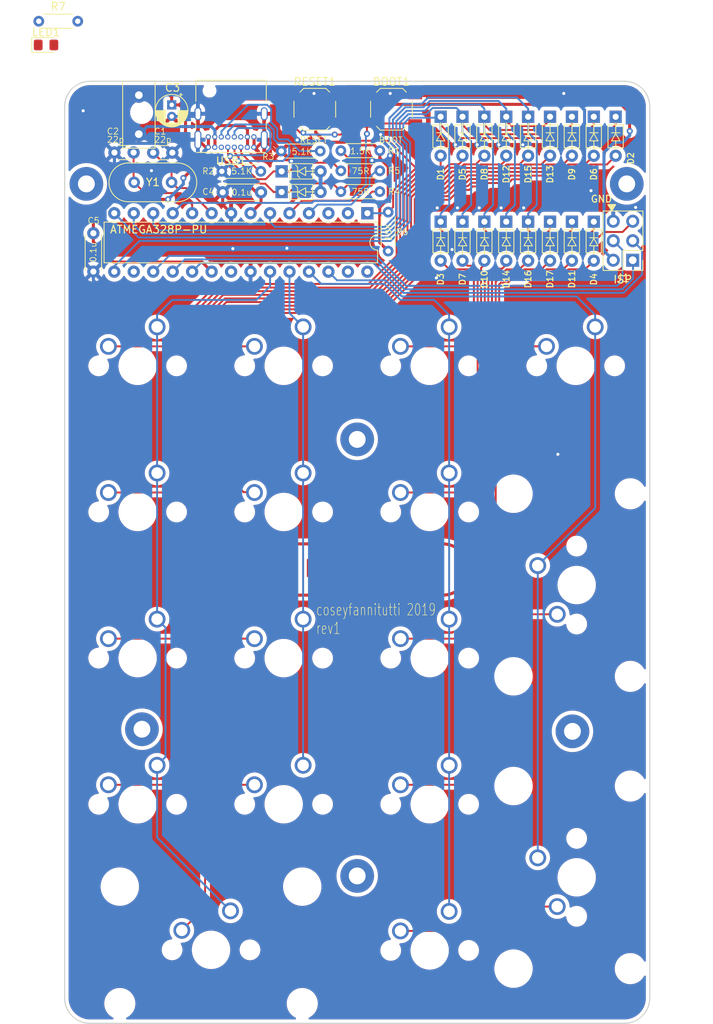
<source format=kicad_pcb>
(kicad_pcb (version 20211014) (generator pcbnew)
  (layers (0 "F.Cu" signal) (31 "B.Cu" signal) (34 "B.Paste" user) (35 "F.Paste" user) (36 "B.SilkS" user "B.Silkscreen") (37 "F.SilkS" user "F.Silkscreen") (38 "B.Mask" user) (39 "F.Mask" user) (44 "Edge.Cuts" user))
  (net 0 "")
  (net 1 "row0")
  (net 2 "Net-(D1-Pad2)")
  (net 3 "row1")
  (net 4 "Net-(D2-Pad2)")
  (net 5 "row2")
  (net 6 "Net-(D3-Pad2)")
  (net 7 "Net-(D4-Pad2)")
  (net 8 "row3")
  (net 9 "row4")
  (net 10 "Net-(D5-Pad2)")
  (net 11 "Net-(D6-Pad2)")
  (net 12 "Net-(D7-Pad2)")
  (net 13 "Net-(D8-Pad2)")
  (net 14 "Net-(D9-Pad2)")
  (net 15 "Net-(D10-Pad2)")
  (net 16 "Net-(D11-Pad2)")
  (net 17 "Net-(D12-Pad2)")
  (net 18 "Net-(D13-Pad2)")
  (net 19 "Net-(D14-Pad2)")
  (net 20 "Net-(D15-Pad2)")
  (net 21 "Net-(D16-Pad2)")
  (net 22 "Net-(D17-Pad2)")
  (net 23 "col0")
  (net 24 "col1")
  (net 25 "col2")
  (net 26 "col3")
  (net 27 "xtal1")
  (net 28 "GND")
  (net 29 "xtal2")
  (net 30 "+5V")
  (net 31 "VCC")
  (net 32 "D-")
  (net 33 "D+")
  (net 34 "reset")
  (net 35 "Net-(USB1-PadA7)")
  (net 36 "Net-(USB1-PadA6)")
  (net 37 "Net-(LED1-Pad2)")
  (net 38 "Net-(USB1-PadA5)")
  (net 39 "Net-(USB1-PadB5)")
  (net 41 "boot")
  (net 42 "mosi")
  (net 43 "sck")
  (net 44 "miso")
  (footprint "Diode_THT:D_DO-35_SOD27_P5.08mm_Horizontal" (layer "F.Cu") (at 154.716461 18.45733 -90)
    (fp_text reference "D1")
    (fp_text value " ")
  )
  (footprint "Diode_THT:D_DO-35_SOD27_P5.08mm_Horizontal" (layer "F.Cu") (at 177.550923 18.45733 -90)
    (fp_text reference "D2")
    (fp_text value " ")
  )
  (footprint "Diode_THT:D_DO-35_SOD27_P5.08mm_Horizontal" (layer "F.Cu") (at 154.716461 32.138743 -90)
    (fp_text reference "D3")
    (fp_text value " ")
  )
  (footprint "Diode_THT:D_DO-35_SOD27_P5.08mm_Horizontal" (layer "F.Cu") (at 174.69661 32.138743 -90)
    (fp_text reference "D4")
    (fp_text value " ")
  )
  (footprint "Diode_THT:D_DO-35_SOD27_P5.08mm_Horizontal" (layer "F.Cu") (at 157.570767 18.45733 -90)
    (fp_text reference "D5")
    (fp_text value " ")
  )
  (footprint "Diode_THT:D_DO-35_SOD27_P5.08mm_Horizontal" (layer "F.Cu") (at 174.69661 18.45733 -90)
    (fp_text reference "D6")
    (fp_text value " ")
  )
  (footprint "Diode_THT:D_DO-35_SOD27_P5.08mm_Horizontal" (layer "F.Cu") (at 157.570767 32.138743 -90)
    (fp_text reference "D7")
    (fp_text value " ")
  )
  (footprint "Diode_THT:D_DO-35_SOD27_P5.08mm_Horizontal" (layer "F.Cu") (at 160.425073 18.45733 -90)
    (fp_text reference "D8")
    (fp_text value " ")
  )
  (footprint "Diode_THT:D_DO-35_SOD27_P5.08mm_Horizontal" (layer "F.Cu") (at 171.842297 18.45733 -90)
    (fp_text reference "D9")
    (fp_text value " ")
  )
  (footprint "Diode_THT:D_DO-35_SOD27_P5.08mm_Horizontal" (layer "F.Cu") (at 160.425073 32.138743 -90)
    (fp_text reference "D10")
    (fp_text value " ")
  )
  (footprint "Diode_THT:D_DO-35_SOD27_P5.08mm_Horizontal" (layer "F.Cu") (at 171.842297 32.138743 -90)
    (fp_text reference "D11")
    (fp_text value " ")
  )
  (footprint "Diode_THT:D_DO-35_SOD27_P5.08mm_Horizontal" (layer "F.Cu") (at 163.279379 18.45733 -90)
    (fp_text reference "D12")
    (fp_text value " ")
  )
  (footprint "Diode_THT:D_DO-35_SOD27_P5.08mm_Horizontal" (layer "F.Cu") (at 168.987991 18.45733 -90)
    (fp_text reference "D13")
    (fp_text value " ")
  )
  (footprint "Diode_THT:D_DO-35_SOD27_P5.08mm_Horizontal" (layer "F.Cu") (at 163.279379 32.138743 -90)
    (fp_text reference "D14")
    (fp_text value " ")
  )
  (footprint "Diode_THT:D_DO-35_SOD27_P5.08mm_Horizontal" (layer "F.Cu") (at 166.133685 18.45733 -90)
    (fp_text reference "D15")
    (fp_text value " ")
  )
  (footprint "Diode_THT:D_DO-35_SOD27_P5.08mm_Horizontal" (layer "F.Cu") (at 166.133685 32.138743 -90)
    (fp_text reference "D16")
    (fp_text value " ")
  )
  (footprint "Diode_THT:D_DO-35_SOD27_P5.08mm_Horizontal" (layer "F.Cu") (at 168.987991 32.138743 -90)
    (fp_text reference "D17")
    (fp_text value " ")
  )
  (footprint "Button_Switch_Keyboard:SW_Cherry_MX1A_1.00u_PCB-NOSCREEN" (layer "F.Cu") (at 117.729 47.117)
    (fp_text reference "SW0")
    (fp_text value "KEYSW")
  )
  (footprint "Button_Switch_Keyboard:SW_Cherry_MX1A_1.00u_PCB-NOSCREEN" (layer "F.Cu") (at 136.779 47.117)
    (fp_text reference "SW1")
    (fp_text value "KEYSW")
  )
  (footprint "Button_Switch_Keyboard:SW_Cherry_MX1A_1.00u_PCB-NOSCREEN" (layer "F.Cu") (at 155.829 47.117)
    (fp_text reference "SW2")
    (fp_text value "KEYSW")
  )
  (footprint "Button_Switch_Keyboard:SW_Cherry_MX1A_1.00u_PCB-NOSCREEN" (layer "F.Cu") (at 174.879 47.117)
    (fp_text reference "SW3")
    (fp_text value "KEYSW")
  )
  (footprint "Button_Switch_Keyboard:SW_Cherry_MX1A_1.00u_PCB-NOSCREEN" (layer "F.Cu") (at 117.729 66.167)
    (fp_text reference "SW4")
    (fp_text value "KEYSW")
  )
  (footprint "Button_Switch_Keyboard:SW_Cherry_MX1A_1.00u_PCB-NOSCREEN" (layer "F.Cu") (at 136.779 66.167)
    (fp_text reference "SW5")
    (fp_text value "KEYSW")
  )
  (footprint "Button_Switch_Keyboard:SW_Cherry_MX1A_1.00u_PCB-NOSCREEN" (layer "F.Cu") (at 155.829 66.167)
    (fp_text reference "SW6")
    (fp_text value "KEYSW")
  )
  (footprint "Button_Switch_Keyboard:SW_Cherry_MX1A_2.00u_Vertical_PCB" (layer "F.Cu") (at 169.926 85.852 180)
    (fp_text reference "SW7")
    (fp_text value "KEYSW")
  )
  (footprint "Button_Switch_Keyboard:SW_Cherry_MX1A_1.00u_PCB-NOSCREEN" (layer "F.Cu") (at 117.729 85.217)
    (fp_text reference "SW8")
    (fp_text value "KEYSW")
  )
  (footprint "Button_Switch_Keyboard:SW_Cherry_MX1A_1.00u_PCB-NOSCREEN" (layer "F.Cu") (at 136.779 85.217)
    (fp_text reference "SW9")
    (fp_text value "KEYSW")
  )
  (footprint "Button_Switch_Keyboard:SW_Cherry_MX1A_1.00u_PCB-NOSCREEN" (layer "F.Cu") (at 155.829 85.217)
    (fp_text reference "SW10")
    (fp_text value "KEYSW")
  )
  (footprint "Button_Switch_Keyboard:SW_Cherry_MX1A_1.00u_PCB-NOSCREEN" (layer "F.Cu") (at 117.729 104.267)
    (fp_text reference "SW11")
    (fp_text value "KEYSW")
  )
  (footprint "Button_Switch_Keyboard:SW_Cherry_MX1A_1.00u_PCB-NOSCREEN" (layer "F.Cu") (at 136.779 104.267)
    (fp_text reference "SW12")
    (fp_text value "KEYSW")
  )
  (footprint "Button_Switch_Keyboard:SW_Cherry_MX1A_1.00u_PCB-NOSCREEN" (layer "F.Cu") (at 155.829 104.267)
    (fp_text reference "SW13")
    (fp_text value "KEYSW")
  )
  (footprint "Button_Switch_Keyboard:SW_Cherry_MX1A_2.00u_Vertical_PCB" (layer "F.Cu") (at 169.926 123.952 180)
    (fp_text reference "SW14")
    (fp_text value "KEYSW")
  )
  (footprint "Button_Switch_Keyboard:SW_Cherry_MX1A_1.00u_PCB-NOSCREEN" (layer "F.Cu") (at 155.829 123.317)
    (fp_text reference "SW16")
    (fp_text value "KEYSW")
  )
  (footprint "Button_Switch_Keyboard:SW_Cherry_MX1A_2.00u_PCB_FLIPPED" (layer "F.Cu") (at 122.226 133.402 180)
    (fp_text reference "SW15")
    (fp_text value "KEYSW")
  )
  (footprint "MountingHole:MountingHole_2.2mm_M2_Pad" (layer "F.Cu") (at 108.503031 28.475773)
    (fp_text reference "REF**")
    (fp_text value "MountingHole_2.2mm_M2_Pad")
  )
  (footprint "MountingHole:MountingHole_2.2mm_M2_Pad" (layer "F.Cu") (at 179.00113 28.475773)
    (fp_text reference "REF**")
    (fp_text value "MountingHole_2.2mm_M2_Pad")
  )
  (footprint "MountingHole:MountingHole_2.2mm_M2_Pad" (layer "F.Cu") (at 143.833559 61.784261)
    (fp_text reference "REF**")
    (fp_text value "MountingHole_2.2mm_M2_Pad")
  )
  (footprint "MountingHole:MountingHole_2.2mm_M2_Pad" (layer "F.Cu") (at 171.914575 99.841686)
    (fp_text reference "REF**")
    (fp_text value "MountingHole_2.2mm_M2_Pad")
  )
  (footprint "MountingHole:MountingHole_2.2mm_M2_Pad" (layer "F.Cu") (at 115.752543 99.566685)
    (fp_text reference "REF**")
    (fp_text value "MountingHole_2.2mm_M2_Pad")
  )
  (footprint "MountingHole:MountingHole_2.2mm_M2_Pad" (layer "F.Cu") (at 143.833559 118.686673)
    (fp_text reference "REF**")
    (fp_text value "MountingHole_2.2mm_M2_Pad")
  )
  (footprint "Capacitor_THT:C_Disc_D3.0mm_W1.6mm_P2.50mm" (layer "F.Cu") (at 117.219101 24.409709)
    (fp_text reference "C1")
    (fp_text value "22p")
  )
  (footprint "Capacitor_THT:C_Disc_D3.0mm_W1.6mm_P2.50mm" (layer "F.Cu") (at 114.664393 24.392211 180)
    (fp_text reference "C2")
    (fp_text value "22p")
  )
  (footprint "Capacitor_THT:CP_Radial_D4.0mm_P1.50mm" (layer "F.Cu") (at 119.633825 18.180421 -90)
    (fp_text reference "C3")
    (fp_text value "4.7u")
  )
  (footprint "Capacitor_THT:C_Disc_D4.3mm_W1.9mm_P5.00mm" (layer "F.Cu") (at 131.287493 29.571619 180)
    (fp_text reference "C4")
    (fp_text value "0.1u")
  )
  (footprint "Capacitor_THT:C_Disc_D4.3mm_W1.9mm_P5.00mm" (layer "F.Cu") (at 109.414993 34.908509 -90)
    (fp_text reference "C5")
    (fp_text value "0.1u")
  )
  (footprint "Diode_THT:D_DO-35_SOD27_P5.08mm_Horizontal" (layer "F.Cu") (at 132.704831 29.536623)
    (fp_text reference "D18")
    (fp_text value "3.6V")
  )
  (footprint "Diode_THT:D_DO-35_SOD27_P5.08mm_Horizontal" (layer "F.Cu") (at 132.704831 26.841931)
    (fp_text reference "D19")
    (fp_text value "3.6V")
  )
  (footprint "Fuse:Fuse_Littelfuse_395Series" (layer "F.Cu") (at 115.352493 16.912493 -90)
    (fp_text reference "F1")
    (fp_text value "500mA")
  )
  (footprint "Resistor_THT:R_Axial_DIN0204_L3.6mm_D1.6mm_P5.08mm_Horizontal" (layer "F.Cu") (at 146.783959 24.147239 180)
    (fp_text reference "R1")
    (fp_text value "1.5K")
  )
  (footprint "Resistor_THT:R_Axial_DIN0204_L3.6mm_D1.6mm_P5.08mm_Horizontal" (layer "F.Cu") (at 126.178077 26.841931)
    (fp_text reference "R2")
    (fp_text value "5.1K")
  )
  (footprint "Resistor_THT:R_Axial_DIN0204_L3.6mm_D1.6mm_P5.08mm_Horizontal" (layer "F.Cu") (at 133.929691 24.199733)
    (fp_text reference "R3")
    (fp_text value "5.1K")
  )
  (footprint "Resistor_THT:R_Axial_DIN0204_L3.6mm_D1.6mm_P5.08mm_Horizontal" (layer "F.Cu") (at 141.703959 29.484129)
    (fp_text reference "R4")
    (fp_text value "75R")
  )
  (footprint "Resistor_THT:R_Axial_DIN0204_L3.6mm_D1.6mm_P5.08mm_Horizontal" (layer "F.Cu") (at 146.783959 26.771939 180)
    (fp_text reference "R5")
    (fp_text value "75R")
  )
  (footprint "Resistor_THT:R_Axial_DIN0204_L3.6mm_D1.6mm_P5.08mm_Horizontal" (layer "F.Cu") (at 147.875597 37.235743 90)
    (fp_text reference "R6")
    (fp_text value "10K")
  )
  (footprint "Button_Switch_SMD:SW_SPST_SKQG_WithStem" (layer "F.Cu") (at 138.302493 18.752493)
    (fp_text reference "RESET1")
    (fp_text value "RESET")
  )
  (footprint "Package_DIP:DIP-28_W7.62mm" (layer "F.Cu") (at 145.163407 32.301307 -90)
    (fp_text reference "U1")
    (fp_text value "ATmega328P-PU")
  )
  (footprint "Connector_USB:USB_C_Receptacle_GCT_USB4085" (layer "F.Cu") (at 130.352493 23.702493 180)
    (fp_text reference "USB1")
    (fp_text value "USB_C_GCT_USB4085")
  )
  (footprint "Crystal:Crystal_HC49-4H_Vertical" (layer "F.Cu") (at 119.616327 28.276767 180)
    (fp_text reference "Y1")
    (fp_text value "Crystal")
  )
  (footprint "Button_Switch_SMD:SW_SPST_SKQG_WithStem" (layer "F.Cu") (at 148.302493 18.752493)
    (fp_text reference "BOOT1")
    (fp_text value "BOOT")
  )
  (footprint "Connector_PinHeader_2.54mm:PinHeader_2x03_P2.54mm_Vertical" (layer "F.Cu") (at 179.777493 38.427493 180)
    (fp_text reference "J1")
    (fp_text value "AVR-ISP-6")
  )
  (footprint "logos:TOPY 4MM MASK" (layer "F.Cu") (at 108.452603 23.762283)
    (fp_text reference "G***" hide)
    (fp_text value "LOGO" hide)
  )
  (footprint "logos:DISCIPAD_SMALL_MASK" (layer "F.Cu") (at 143.823559 78.566019)
    (fp_text reference "G***" hide)
    (fp_text value "LOGO" hide)
  )
  (footprint "logos:DISCIPAD_SMALL_COPPER" (layer "F.Cu") (at 143.823559 78.566019)
    (fp_text reference "G***" hide)
    (fp_text value "LOGO" hide)
  )
  (footprint "LED_SMD:LED_0805_2012Metric_Pad1.15x1.40mm_HandSolder" (layer "F.Cu") (at 103.239993 10.371243)
    (fp_text reference "LED1")
    (fp_text value "POWER")
  )
  (footprint "Resistor_THT:R_Axial_DIN0204_L3.6mm_D1.6mm_P5.08mm_Horizontal" (layer "F.Cu") (at 102.294993 7.276243)
    (fp_text reference "R7")
    (fp_text value "1.5K")
  )
  (gr_line (start 136.324321 27.663811) (end 136.061856 27.401346) (layer "F.SilkS") (width 0.12))
  (gr_line (start 136.061856 28.976136) (end 135.799391 28.713671) (layer "F.SilkS") (width 0.12))
  (gr_line (start 136.324321 30.340954) (end 136.061856 30.078489) (layer "F.SilkS") (width 0.12))
  (gr_line (start 136.064831 26.291931) (end 135.802366 26.029466) (layer "F.SilkS") (width 0.12))
  (gr_poly (pts (xy 177.058889 31.968237) (xy 176.533959 31.180842) (xy 177.531326 31.180842)) (layer "F.SilkS") (width 0.15) (fill solid))
  (gr_arc (start 178.689575 15.101737) (mid 181.028063 16.070371) (end 181.996697 18.408859) (layer "Edge.Cuts") (width 0.15))
  (gr_arc (start 181.996697 134.594615) (mid 181.028063 136.933103) (end 178.689575 137.901737) (layer "Edge.Cuts") (width 0.15))
  (gr_arc (start 108.977543 137.901737) (mid 106.639055 136.933103) (end 105.670421 134.594615) (layer "Edge.Cuts") (width 0.15))
  (gr_line (start 108.977543 15.101737) (end 178.689575 15.101737) (layer "Edge.Cuts") (width 0.15))
  (gr_arc (start 105.670421 18.408859) (mid 106.639055 16.070371) (end 108.977543 15.101737) (layer "Edge.Cuts") (width 0.15))
  (gr_line (start 178.689575 137.901737) (end 108.977543 137.901737) (layer "Edge.Cuts") (width 0.15))
  (gr_line (start 181.996697 18.408859) (end 181.996697 134.594615) (layer "Edge.Cuts") (width 0.15))
  (gr_line (start 105.670421 134.594615) (end 105.670421 18.408859) (layer "Edge.Cuts") (width 0.15))
  (gr_text "coseyfannitutti 2019\nrev1" (at 138.424041 85.196139) (layer "F.SilkS") (effects (font (size 1.5 1) (thickness 0.075)) (justify left)))
  (gr_text "BOOT" (at 148.208059 22.782395) (layer "F.SilkS") (effects (font (size 0.8 0.8) (thickness 0.1))))
  (gr_text "GND" (at 175.694071 30.44594) (layer "F.SilkS") (effects (font (size 0.9 0.9))))
  (gr_text "ATMEGA328P-PU" (at 117.936519 34.418565) (layer "F.SilkS") (effects (font (size 1 1))))
  (gr_text "ISP" (at 178.4762 40.94454) (layer "F.SilkS") (effects (font (size 1 1))))
  (gr_text "RESET" (at 138.164207 22.764897) (layer "F.SilkS") (effects (font (size 0.8 0.8) (thickness 0.1))))
  (segment (start 154.716461 34.458743) (end 156.041127 35.783409) (width 0.25) (layer "F.Cu") (net 1))
  (segment (start 156.449023 22.509892) (end 154.716461 20.77733) (width 0.25) (layer "F.Cu") (net 1))
  (segment (start 177.550923 19.72733) (end 177.550923 20.77733) (width 0.25) (layer "F.Cu") (net 1))
  (segment (start 177.550923 20.77733) (end 175.818361 22.509892) (width 0.25) (layer "F.Cu") (net 1))
  (segment (start 154.716461 20.77733) (end 154.716461 19.72733) (width 0.25) (layer "F.Cu") (net 1))
  (segment (start 174.69661 34.458743) (end 174.69661 33.408743) (width 0.25) (layer "F.Cu") (net 1))
  (segment (start 175.818361 22.509892) (end 156.449023 22.509892) (width 0.25) (layer "F.Cu") (net 1))
  (segment (start 173.371944 35.783409) (end 174.69661 34.458743) (width 0.25) (layer "F.Cu") (net 1))
  (segment (start 154.716461 33.408743) (end 154.716461 34.458743) (width 0.25) (layer "F.Cu") (net 1))
  (segment (start 156.041127 35.783409) (end 173.371944 35.783409) (width 0.25) (layer "F.Cu") (net 1))
  (segment (start 149.852871 20.682635) (end 149.852871 22.222459) (width 0.25) (layer "B.Cu") (net 1))
  (segment (start 150.727771 33.386183) (end 148.190561 35.923393) (width 0.25) (layer "B.Cu") (net 1))
  (segment (start 155.841462 22.902331) (end 155.841462 31.233742) (width 0.25) (layer "B.Cu") (net 1))
  (segment (start 112.143407 39.208034) (end 112.143407 39.921307) (width 0.25) (layer "B.Cu") (net 1))
  (segment (start 154.716461 21.77733) (end 155.841462 22.902331) (width 0.25) (layer "B.Cu") (net 1))
  (segment (start 148.190561 35.923393) (end 115.428048 35.923393) (width 0.25) (layer "B.Cu") (net 1))
  (segment (start 149.852871 22.222459) (end 150.727771 23.097359) (width 0.25) (layer "B.Cu") (net 1))
  (segment (start 154.716461 20.72733) (end 154.716461 21.77733) (width 0.25) (layer "B.Cu") (net 1))
  (segment (start 150.727771 23.097359) (end 150.727771 33.386183) (width 0.25) (layer "B.Cu") (net 1))
  (segment (start 154.716461 19.72733) (end 154.593436 19.850355) (width 0.25) (layer "B.Cu") (net 1))
  (segment (start 154.716461 32.358743) (end 154.716461 33.408743) (width 0.25) (layer "B.Cu") (net 1))
  (segment (start 154.716461 20.72733) (end 154.716461 19.72733) (width 0.25) (layer "B.Cu") (net 1))
  (segment (start 150.685151 19.850355) (end 149.852871 20.682635) (width 0.25) (layer "B.Cu") (net 1))
  (segment (start 155.841462 31.233742) (end 154.716461 32.358743) (width 0.25) (layer "B.Cu") (net 1))
  (segment (start 154.593436 19.850355) (end 150.685151 19.850355) (width 0.25) (layer "B.Cu") (net 1))
  (segment (start 115.428048 35.923393) (end 112.143407 39.208034) (width 0.25) (layer "B.Cu") (net 1))
  (segment (start 154.716461 26.352841) (end 154.209873 26.859429) (width 0.25) (layer "F.Cu") (net 2))
  (segment (start 122.098718 48.339914) (end 120.781632 49.657) (width 0.25) (layer "F.Cu") (net 2))
  (segment (start 122.098718 46.666277) (end 122.098718 45.091487) (width 0.25) (layer "F.Cu") (net 2))
  (segment (start 154.716461 25.80733) (end 154.716461 26.352841) (width 0.25) (layer "F.Cu") (net 2))
  (segment (start 122.098718 46.19384) (end 122.098718 46.351319) (width 0.25) (layer "F.Cu") (net 2))
  (segment (start 125.615749 41.521963) (end 122.098718 45.038994) (width 0.25) (layer "F.Cu") (net 2))
  (segment (start 122.098718 45.038994) (end 122.098718 47.191207) (width 0.25) (layer "F.Cu") (net 2))
  (segment (start 122.098718 46.351319) (end 122.098718 46.666277) (width 0.25) (layer "F.Cu") (net 2))
  (segment (start 154.716461 25.80733) (end 154.716461 24.80733) (width 0.25) (layer "F.Cu") (net 2))
  (segment (start 154.209873 26.859429) (end 151.683678 26.859429) (width 0.25) (layer "F.Cu") (net 2))
  (segment (start 145.300624 41.521963) (end 125.615749 41.521963) (width 0.25) (layer "F.Cu") (net 2))
  (segment (start 120.781632 49.657) (end 119.933447 49.657) (width 0.25) (layer "F.Cu") (net 2))
  (segment (start 119.933447 49.657) (end 111.379 49.657) (width 0.25) (layer "F.Cu") (net 2))
  (segment (start 122.098718 47.191207) (end 122.098718 48.339914) (width 0.25) (layer "F.Cu") (net 2))
  (segment (start 148.975134 29.567973) (end 148.975134 37.847453) (width 0.25) (layer "F.Cu") (net 2))
  (segment (start 122.098718 46.666277) (end 122.098718 47.191207) (width 0.25) (layer "F.Cu") (net 2))
  (segment (start 151.683678 26.859429) (end 148.975134 29.567973) (width 0.25) (layer "F.Cu") (net 2))
  (segment (start 148.975134 37.847453) (end 145.300624 41.521963) (width 0.25) (layer "F.Cu") (net 2))
  (segment (start 158.79806 22.004623) (end 157.570767 20.77733) (width 0.25) (layer "F.Cu") (net 3))
  (segment (start 174.69661 19.72733) (end 174.69661 20.77733) (width 0.25) (layer "F.Cu") (net 3))
  (segment (start 174.69661 20.77733) (end 173.469317 22.004623) (width 0.25) (layer "F.Cu") (net 3))
  (segment (start 173.469317 22.004623) (end 158.79806 22.004623) (width 0.25) (layer "F.Cu") (net 3))
  (segment (start 157.570767 20.77733) (end 157.570767 19.72733) (width 0.25) (layer "F.Cu") (net 3))
  (segment (start 157.570767 19.371563) (end 156.782079 18.582875) (width 0.25) (layer "B.Cu") (net 3))
  (segment (start 150.487736 19.400344) (end 149.397923 20.490157) (width 0.25) (layer "B.Cu") (net 3))
  (segment (start 153.673918 18.582875) (end 152.856449 19.400344) (width 0.25) (layer "B.Cu") (net 3))
  (segment (start 150.272823 23.289837) (end 150.272823 33.193705) (width 0.25) (layer "B.Cu") (net 3))
  (segment (start 149.397923 20.490157) (end 149.397923 22.414937) (width 0.25) (layer "B.Cu") (net 3))
  (segment (start 112.943406 33.101306) (end 112.143407 32.301307) (width 0.25) (layer "B.Cu") (net 3))
  (segment (start 152.856449 19.400344) (end 150.487736 19.400344) (width 0.25) (layer "B.Cu") (net 3))
  (segment (start 157.570767 21.77733) (end 158.695768 22.902331) (width 0.25) (layer "B.Cu") (net 3))
  (segment (start 157.570767 20.72733) (end 157.570767 19.72733) (width 0.25) (layer "B.Cu") (net 3))
  (segment (start 149.397923 22.414937) (end 150.272823 23.289837) (width 0.25) (layer "B.Cu") (net 3))
  (segment (start 115.310545 35.468445) (end 112.943406 33.101306) (width 0.25) (layer "B.Cu") (net 3))
  (segment (start 157.570767 32.358743) (end 157.570767 33.408743) (width 0.25) (layer "B.Cu") (net 3))
  (segment (start 147.998083 35.468445) (end 115.310545 35.468445) (width 0.25) (layer "B.Cu") (net 3))
  (segment (start 150.272823 33.193705) (end 147.998083 35.468445) (width 0.25) (layer "B.Cu") (net 3))
  (segment (start 157.570767 20.72733) (end 157.570767 21.77733) (width 0.25) (layer "B.Cu") (net 3))
  (segment (start 157.570767 20.72733) (end 157.570767 20.718909) (width 0.25) (layer "B.Cu") (net 3))
  (segment (start 157.570767 19.72733) (end 157.570767 19.371563) (width 0.25) (layer "B.Cu") (net 3))
  (segment (start 158.695768 31.233742) (end 157.570767 32.358743) (width 0.25) (layer "B.Cu") (net 3))
  (segment (start 156.782079 18.582875) (end 153.673918 18.582875) (width 0.25) (layer "B.Cu") (net 3))
  (segment (start 158.695768 22.902331) (end 158.695768 31.233742) (width 0.25) (layer "B.Cu") (net 3))
  (segment (start 163.577258 28.36702) (end 164.060949 27.883329) (width 0.25) (layer "F.Cu") (net 4))
  (segment (start 171.539556 26.432256) (end 173.734769 26.432256) (width 0.25) (layer "F.Cu") (net 4))
  (segment (start 125.825721 48.398546) (end 125.825721 46.876249) (width 0.25) (layer "F.Cu") (net 4))
  (segment (start 160.861147 28.36702) (end 163.577258 28.36702) (width 0.25) (layer "F.Cu") (net 4))
  (segment (start 146.927907 45.301459) (end 152.75463 39.474736) (width 0.25) (layer "F.Cu") (net 4))
  (segment (start 153.278979 30.551507) (end 155.848928 30.551507) (width 0.25) (layer "F.Cu") (net 4))
  (segment (start 127.400511 45.301459) (end 146.927907 45.301459) (width 0.25) (layer "F.Cu") (net 4))
  (segment (start 157.140447 29.259988) (end 158.442692 29.259988) (width 0.25) (layer "F.Cu") (net 4))
  (segment (start 152.75463 32.808749) (end 152.75463 32.759164) (width 0.25) (layer "F.Cu") (net 4))
  (segment (start 168.376961 27.399638) (end 168.860652 26.915947) (width 0.25) (layer "F.Cu") (net 4))
  (segment (start 166.218955 27.399638) (end 168.376961 27.399638) (width 0.25) (layer "F.Cu") (net 4))
  (segment (start 173.734769 26.432256) (end 174.21846 25.948565) (width 0.25) (layer "F.Cu") (net 4))
  (segment (start 174.21846 25.948565) (end 176.409688 25.948565) (width 0.25) (layer "F.Cu") (net 4))
  (segment (start 155.848928 30.551507) (end 157.140447 29.259988) (width 0.25) (layer "F.Cu") (net 4))
  (segment (start 176.409688 25.948565) (end 177.550923 24.80733) (width 0.25) (layer "F.Cu") (net 4))
  (segment (start 152.75463 31.075856) (end 153.278979 30.551507) (width 0.25) (layer "F.Cu") (net 4))
  (segment (start 125.825721 46.876249) (end 127.400511 45.301459) (width 0.25) (layer "F.Cu") (net 4))
  (segment (start 165.735264 27.883329) (end 166.218955 27.399638) (width 0.25) (layer "F.Cu") (net 4))
  (segment (start 130.429 49.657) (end 127.084175 49.657) (width 0.25) (layer "F.Cu") (net 4))
  (segment (start 152.75463 32.808749) (end 152.75463 31.075856) (width 0.25) (layer "F.Cu") (net 4))
  (segment (start 164.060949 27.883329) (end 165.735264 27.883329) (width 0.25) (layer "F.Cu") (net 4))
  (segment (start 171.055865 26.915947) (end 171.539556 26.432256) (width 0.25) (layer "F.Cu") (net 4))
  (segment (start 160.414663 28.813504) (end 160.861147 28.36702) (width 0.25) (layer "F.Cu") (net 4))
  (segment (start 168.860652 26.915947) (end 171.055865 26.915947) (width 0.25) (layer "F.Cu") (net 4))
  (segment (start 127.084175 49.657) (end 125.825721 48.398546) (width 0.25) (layer "F.Cu") (net 4))
  (segment (start 152.75463 39.474736) (end 152.75463 32.808749) (width 0.25) (layer "F.Cu") (net 4))
  (segment (start 158.442692 29.259988) (end 158.889176 28.813504) (width 0.25) (layer "F.Cu") (net 4))
  (segment (start 158.889176 28.813504) (end 160.414663 28.813504) (width 0.25) (layer "F.Cu") (net 4))
  (segment (start 171.842297 19.72733) (end 171.842297 20.77733) (width 0.25) (layer "F.Cu") (net 5))
  (segment (start 170.972579 35.328461) (end 171.842297 34.458743) (width 0.25) (layer "F.Cu") (net 5))
  (segment (start 160.425073 20.77733) (end 160.425073 19.72733) (width 0.25) (layer "F.Cu") (net 5))
  (segment (start 171.167486 21.452141) (end 161.099884 21.452141) (width 0.25) (layer "F.Cu") (net 5))
  (segment (start 161.294791 35.328461) (end 170.972579 35.328461) (width 0.25) (layer "F.Cu") (net 5))
  (segment (start 171.842297 34.458743) (end 171.842297 33.408743) (width 0.25) (layer "F.Cu") (net 5))
  (segment (start 161.099884 21.452141) (end 160.425073 20.77733) (width 0.25) (layer "F.Cu") (net 5))
  (segment (start 171.842297 20.77733) (end 171.167486 21.452141) (width 0.25) (layer "F.Cu") (net 5))
  (segment (start 160.425073 34.458743) (end 161.294791 35.328461) (width 0.25) (layer "F.Cu") (net 5))
  (segment (start 160.425073 33.408743) (end 160.425073 34.458743) (width 0.25) (layer "F.Cu") (net 5))
  (segment (start 161.550074 31.233742) (end 161.550074 22.902331) (width 0.25) (layer "B.Cu") (net 5))
  (segment (start 160.425073 19.72733) (end 160.425073 18.67733) (width 0.25) (layer "B.Cu") (net 5))
  (segment (start 149.817875 33.001227) (end 149.817875 23.499813) (width 0.25) (layer "B.Cu") (net 5))
  (segment (start 160.425073 32.358743) (end 161.550074 31.233742) (width 0.25) (layer "B.Cu") (net 5))
  (segment (start 160.425073 18.67733) (end 159.87567 18.127927) (width 0.25) (layer "B.Cu") (net 5))
  (segment (start 148.942975 20.297679) (end 150.290321 18.950333) (width 0.25) (layer "B.Cu") (net 5))
  (segment (start 115.854257 34.995999) (end 147.823103 34.995999) (width 0.25) (layer "B.Cu") (net 5))
  (segment (start 147.823103 34.995999) (end 149.817875 33.001227) (width 0.25) (layer "B.Cu") (net 5))
  (segment (start 160.425073 20.721041) (end 160.425073 19.72733) (width 0.25) (layer "B.Cu") (net 5))
  (segment (start 160.425073 33.408743) (end 160.425073 32.358743) (width 0.25) (layer "B.Cu") (net 5))
  (segment (start 148.942975 22.624913) (end 148.942975 20.297679) (width 0.25) (layer "B.Cu") (net 5))
  (segment (start 153.492455 18.127927) (end 152.670049 18.950333) (width 0.25) (layer "B.Cu") (net 5))
  (segment (start 114.681891 33.823633) (end 114.683407 33.822117) (width 0.25) (layer "B.Cu") (net 5))
  (segment (start 149.817875 23.499813) (end 148.942975 22.624913) (width 0.25) (layer "B.Cu") (net 5))
  (segment (start 159.87567 18.127927) (end 153.492455 18.127927) (width 0.25) (layer "B.Cu") (net 5))
  (segment (start 161.550074 22.902331) (end 160.425073 21.77733) (width 0.25) (layer "B.Cu") (net 5))
  (segment (start 114.683407 33.822117) (end 114.683407 32.301307) (width 0.25) (layer "B.Cu") (net 5))
  (segment (start 114.681891 33.823633) (end 115.854257 34.995999) (width 0.25) (layer "B.Cu") (net 5))
  (segment (start 152.670049 18.950333) (end 150.290321 18.950333) (width 0.25) (layer "B.Cu") (net 5))
  (segment (start 160.425073 21.77733) (end 160.425073 20.721041) (width 0.25) (layer "B.Cu") (net 5))
  (segment (start 149.479 49.657) (end 156.850462 49.657) (width 0.25) (layer "F.Cu") (net 6))
  (segment (start 155.843189 39.615471) (end 155.633213 39.405495) (width 0.25) (layer "F.Cu") (net 6))
  (segment (start 159.05379 40.224872) (end 158.444389 39.615471) (width 0.25) (layer "F.Cu") (net 6))
  (segment (start 159.05379 47.453672) (end 159.05379 40.224872) (width 0.25) (layer "F.Cu") (net 6))
  (segment (start 155.633213 39.405495) (end 154.716461 38.488743) (width 0.25) (layer "F.Cu") (net 6))
  (segment (start 158.444389 39.615471) (end 155.843189 39.615471) (width 0.25) (layer "F.Cu") (net 6))
  (segment (start 156.850462 49.657) (end 159.05379 47.453672) (width 0.25) (layer "F.Cu") (net 6))
  (segment (start 168.529 49.657) (end 164.564177 49.657) (width 0.25) (layer "F.Cu") (net 7))
  (segment (start 163.868769 40.980315) (end 165.566075 40.980315) (width 0.25) (layer "F.Cu") (net 7))
  (segment (start 166.965915 40.515491) (end 168.270643 40.515491) (width 0.25) (layer "F.Cu") (net 7))
  (segment (start 168.270643 40.515491) (end 168.715715 40.070419) (width 0.25) (layer "F.Cu") (net 7))
  (segment (start 162.591415 41.347773) (end 163.501311 41.347773) (width 0.25) (layer "F.Cu") (net 7))
  (segment (start 162.360849 47.453672) (end 162.360849 41.578339) (width 0.25) (layer "F.Cu") (net 7))
  (segment (start 166.037381 40.515491) (end 166.965915 40.515491) (width 0.25) (layer "F.Cu") (net 7))
  (segment (start 164.564177 49.657) (end 162.360849 47.453672) (width 0.25) (layer "F.Cu") (net 7))
  (segment (start 162.360849 41.578339) (end 162.591415 41.347773) (width 0.25) (layer "F.Cu") (net 7))
  (segment (start 171.375411 39.615471) (end 173.569882 39.615471) (width 0.25) (layer "F.Cu") (net 7))
  (segment (start 168.529 49.657) (end 166.973366 49.657) (width 0.25) (layer "F.Cu") (net 7))
  (segment (start 173.569882 39.615471) (end 174.69661 38.488743) (width 0.25) (layer "F.Cu") (net 7))
  (segment (start 170.920463 40.070419) (end 171.375411 39.615471) (width 0.25) (layer "F.Cu") (net 7))
  (segment (start 165.571012 40.975378) (end 165.577495 40.975377) (width 0.25) (layer "F.Cu") (net 7))
  (segment (start 166.965915 40.515491) (end 167.183513 40.515491) (width 0.25) (layer "F.Cu") (net 7))
  (segment (start 165.566075 40.980315) (end 165.571012 40.975378) (width 0.25) (layer "F.Cu") (net 7))
  (segment (start 163.501311 41.347773) (end 163.868769 40.980315) (width 0.25) (layer "F.Cu") (net 7))
  (segment (start 165.577495 40.975377) (end 166.037381 40.515491) (width 0.25) (layer "F.Cu") (net 7))
  (segment (start 168.715715 40.070419) (end 170.920463 40.070419) (width 0.25) (layer "F.Cu") (net 7))
  (segment (start 163.965584 20.941876) (end 163.279379 20.255671) (width 0.25) (layer "F.Cu") (net 8))
  (segment (start 168.987991 20.128555) (end 168.17467 20.941876) (width 0.25) (layer "F.Cu") (net 8))
  (segment (start 163.279379 20.255671) (end 163.279379 19.72733) (width 0.25) (layer "F.Cu") (net 8))
  (segment (start 168.17467 20.941876) (end 163.965584 20.941876) (width 0.25) (layer "F.Cu") (net 8))
  (segment (start 168.987991 19.72733) (end 168.987991 20.128555) (width 0.25) (layer "F.Cu") (net 8))
  (segment (start 162.275028 17.672979) (end 163.279379 18.67733) (width 0.25) (layer "B.Cu") (net 8))
  (segment (start 150.097843 18.495385) (end 152.477571 18.495385) (width 0.25) (layer "B.Cu") (net 8))
  (segment (start 163.279379 20.72733) (end 163.279379 21.77733) (width 0.25) (layer "B.Cu") (net 8))
  (segment (start 164.40438 31.233742) (end 163.279379 32.358743) (width 0.25) (layer "B.Cu") (net 8))
  (segment (start 147.630625 34.541051) (end 118.006511 34.541051) (width 0.25) (layer "B.Cu") (net 8))
  (segment (start 164.40438 22.902331) (end 164.40438 31.233742) (width 0.25) (layer "B.Cu") (net 8))
  (segment (start 149.362927 32.808749) (end 147.630625 34.541051) (width 0.25) (layer "B.Cu") (net 8))
  (segment (start 163.279379 20.72733) (end 163.279379 19.72733) (width 0.25) (layer "B.Cu") (net 8))
  (segment (start 148.488027 22.817391) (end 149.362927 23.692291) (width 0.25) (layer "B.Cu") (net 8))
  (segment (start 163.279379 21.77733) (end 164.40438 22.902331) (width 0.25) (layer "B.Cu") (net 8))
  (segment (start 148.488027 20.105201) (end 148.488027 22.817391) (width 0.25) (layer "B.Cu") (net 8))
  (segment (start 150.097843 18.495385) (end 148.488027 20.105201) (width 0.25) (layer "B.Cu") (net 8))
  (segment (start 149.362927 23.692291) (end 149.362927 32.808749) (width 0.25) (layer "B.Cu") (net 8))
  (segment (start 118.006511 34.541051) (end 117.223407 33.757947) (width 0.25) (layer "B.Cu") (net 8))
  (segment (start 117.223407 33.757947) (end 117.223407 32.301307) (width 0.25) (layer "B.Cu") (net 8))
  (segment (start 163.279379 32.358743) (end 163.279379 33.408743) (width 0.25) (layer "B.Cu") (net 8))
  (segment (start 163.279379 20.72733) (end 163.279379 20.723173) (width 0.25) (layer "B.Cu") (net 8))
  (segment (start 163.279379 18.67733) (end 163.279379 19.72733) (width 0.25) (layer "B.Cu") (net 8))
  (segment (start 153.299977 17.672979) (end 162.275028 17.672979) (width 0.25) (layer "B.Cu") (net 8))
  (segment (start 152.477571 18.495385) (end 153.299977 17.672979) (width 0.25) (layer "B.Cu") (net 8))
  (segment (start 166.133685 34.513729) (end 166.133685 33.408743) (width 0.25) (layer "F.Cu") (net 9))
  (segment (start 168.987991 34.458743) (end 168.573221 34.873513) (width 0.25) (layer "F.Cu") (net 9))
  (segment (start 168.987991 33.408743) (end 168.987991 34.458743) (width 0.25) (layer "F.Cu") (net 9))
  (segment (start 168.573221 34.873513) (end 166.493469 34.873513) (width 0.25) (layer "F.Cu") (net 9))
  (segment (start 166.493469 34.873513) (end 166.133685 34.513729) (width 0.25) (layer "F.Cu") (net 9))
  (segment (start 167.258686 22.902331) (end 166.133685 21.77733) (width 0.25) (layer "B.Cu") (net 9))
  (segment (start 132.591893 33.561163) (end 132.599843 33.561163) (width 0.25) (layer "B.Cu") (net 9))
  (segment (start 167.258686 31.233742) (end 167.258686 22.902331) (width 0.25) (layer "B.Cu") (net 9))
  (segment (start 149.905365 18.040437) (end 152.267595 18.040437) (width 0.25) (layer "B.Cu") (net 9))
  (segment (start 166.133685 32.358743) (end 167.258686 31.233742) (width 0.25) (layer "B.Cu") (net 9))
  (segment (start 132.599843 33.561163) (end 133.124783 34.086103) (width 0.25) (layer "B.Cu") (net 9))
  (segment (start 166.133685 21.77733) (end 166.133685 20.725305) (width 0.25) (layer "B.Cu") (net 9))
  (segment (start 148.033079 19.912723) (end 149.905365 18.040437) (width 0.25) (layer "B.Cu") (net 9))
  (segment (start 164.674457 17.218102) (end 166.133685 18.67733) (width 0.25) (layer "B.Cu") (net 9))
  (segment (start 132.463407 33.432677) (end 132.591893 33.561163) (width 0.25) (layer "B.Cu") (net 9))
  (segment (start 147.438147 34.086103) (end 148.900598 32.623652) (width 0.25) (layer "B.Cu") (net 9))
  (segment (start 133.124783 34.086103) (end 147.438147 34.086103) (width 0.25) (layer "B.Cu") (net 9))
  (segment (start 148.900598 23.877388) (end 148.033079 23.009869) (width 0.25) (layer "B.Cu") (net 9))
  (segment (start 166.133685 20.725305) (end 166.133685 19.72733) (width 0.25) (layer "B.Cu") (net 9))
  (segment (start 152.267595 18.040437) (end 153.08993 17.218102) (width 0.25) (layer "B.Cu") (net 9))
  (segment (start 153.08993 17.218102) (end 164.674457 17.218102) (width 0.25) (layer "B.Cu") (net 9))
  (segment (start 166.133685 33.408743) (end 166.133685 32.358743) (width 0.25) (layer "B.Cu") (net 9))
  (segment (start 132.463407 32.301307) (end 132.463407 33.432677) (width 0.25) (layer "B.Cu") (net 9))
  (segment (start 166.133685 18.67733) (end 166.133685 19.72733) (width 0.25) (layer "B.Cu") (net 9))
  (segment (start 148.033079 23.009869) (end 148.033079 19.912723) (width 0.25) (layer "B.Cu") (net 9))
  (segment (start 148.900598 32.623652) (end 148.900598 23.877388) (width 0.25) (layer "B.Cu") (net 9))
  (segment (start 122.590987 65.005069) (end 118.889056 68.707) (width 0.25) (layer "F.Cu") (net 10))
  (segment (start 145.510596 41.9944) (end 125.878214 41.9944) (width 0.25) (layer "F.Cu") (net 10))
  (segment (start 149.447572 29.744047) (end 149.447571 38.057425) (width 0.25) (layer "F.Cu") (net 10))
  (segment (start 157.570767 25.443831) (end 157.10324 25.911358) (width 0.25) (layer "F.Cu") (net 10))
  (segment (start 117.849029 68.707) (end 111.379 68.707) (width 0.25) (layer "F.Cu") (net 10))
  (segment (start 154.437347 27.331875) (end 151.859744 27.331875) (width 0.25) (layer "F.Cu") (net 10))
  (segment (start 122.590987 45.284823) (end 122.590987 65.005069) (width 0.25) (layer "F.Cu") (net 10))
  (segment (start 157.10324 25.911358) (end 155.857864 25.911358) (width 0.25) (layer "F.Cu") (net 10))
  (segment (start 151.859744 27.331875) (end 149.447572 29.744047) (width 0.25) (layer "F.Cu") (net 10))
  (segment (start 125.878214 41.997596) (end 122.590987 45.284823) (width 0.25) (layer "F.Cu") (net 10))
  (segment (start 118.731574 68.707) (end 118.286479 68.707) (width 0.25) (layer "F.Cu") (net 10))
  (segment (start 125.878214 41.9944) (end 125.878214 41.997596) (width 0.25) (layer "F.Cu") (net 10))
  (segment (start 118.286479 68.707) (end 117.849029 68.707) (width 0.25) (layer "F.Cu") (net 10))
  (segment (start 149.447571 38.057425) (end 145.510596 41.9944) (width 0.25) (layer "F.Cu") (net 10))
  (segment (start 118.889056 68.707) (end 118.286479 68.707) (width 0.25) (layer "F.Cu") (net 10))
  (segment (start 155.857864 25.911358) (end 154.437347 27.331875) (width 0.25) (layer "F.Cu") (net 10))
  (segment (start 157.570767 24.80733) (end 157.570767 25.443831) (width 0.25) (layer "F.Cu") (net 10))
  (segment (start 155.641588 30.089121) (end 153.058956 30.089121) (width 0.25) (layer "F.Cu") (net 11))
  (segment (start 168.674617 26.432256) (end 168.190926 26.915947) (width 0.25) (layer "F.Cu") (net 11))
  (segment (start 166.03292 26.915947) (end 165.549229 27.399638) (width 0.25) (layer "F.Cu") (net 11))
  (segment (start 163.874914 27.399638) (end 163.391223 27.883329) (width 0.25) (layer "F.Cu") (net 11))
  (segment (start 170.86983 26.432256) (end 168.674617 26.432256) (width 0.25) (layer "F.Cu") (net 11))
  (segment (start 158.703141 28.329813) (end 158.256657 28.776297) (width 0.25) (layer "F.Cu") (net 11))
  (segment (start 146.724429 44.829022) (end 127.190539 44.829022) (width 0.25) (layer "F.Cu") (net 11))
  (segment (start 168.190926 26.915947) (end 166.03292 26.915947) (width 0.25) (layer "F.Cu") (net 11))
  (segment (start 160.675112 27.883329) (end 160.228628 28.329813) (width 0.25) (layer "F.Cu") (net 11))
  (segment (start 173.555375 25.948565) (end 171.353521 25.948565) (width 0.25) (layer "F.Cu") (net 11))
  (segment (start 153.058956 30.089121) (end 152.282193 30.865884) (width 0.25) (layer "F.Cu") (net 11))
  (segment (start 171.353521 25.948565) (end 170.86983 26.432256) (width 0.25) (layer "F.Cu") (net 11))
  (segment (start 163.391223 27.883329) (end 160.675112 27.883329) (width 0.25) (layer "F.Cu") (net 11))
  (segment (start 152.282193 30.865884) (end 152.282193 39.271258) (width 0.25) (layer "F.Cu") (net 11))
  (segment (start 130.384201 68.662201) (end 130.429 68.707) (width 0.25) (layer "F.Cu") (net 11))
  (segment (start 129.011955 68.662201) (end 130.384201 68.662201) (width 0.25) (layer "F.Cu") (net 11))
  (segment (start 156.954412 28.776297) (end 155.641588 30.089121) (width 0.25) (layer "F.Cu") (net 11))
  (segment (start 125.37571 46.643851) (end 125.37571 65.025956) (width 0.25) (layer "F.Cu") (net 11))
  (segment (start 125.37571 65.025956) (end 129.011955 68.662201) (width 0.25) (layer "F.Cu") (net 11))
  (segment (start 160.228628 28.329813) (end 158.703141 28.329813) (width 0.25) (layer "F.Cu") (net 11))
  (segment (start 152.282193 39.271258) (end 146.724429 44.829022) (width 0.25) (layer "F.Cu") (net 11))
  (segment (start 158.256657 28.776297) (end 156.954412 28.776297) (width 0.25) (layer "F.Cu") (net 11))
  (segment (start 174.69661 24.80733) (end 173.555375 25.948565) (width 0.25) (layer "F.Cu") (net 11))
  (segment (start 165.549229 27.399638) (end 163.874914 27.399638) (width 0.25) (layer "F.Cu") (net 11))
  (segment (start 127.190539 44.829022) (end 125.37571 46.643851) (width 0.25) (layer "F.Cu") (net 11))
  (segment (start 159.544001 65.847735) (end 159.544001 40.050159) (width 0.25) (layer "F.Cu") (net 12))
  (segment (start 158.225049 39.143025) (end 157.570767 38.488743) (width 0.25) (layer "F.Cu") (net 12))
  (segment (start 149.479 68.707) (end 156.684736 68.707) (width 0.25) (layer "F.Cu") (net 12))
  (segment (start 159.544001 40.050159) (end 158.636867 39.143025) (width 0.25) (layer "F.Cu") (net 12))
  (segment (start 156.684736 68.707) (end 159.544001 65.847735) (width 0.25) (layer "F.Cu") (net 12))
  (segment (start 158.636867 39.143025) (end 158.225049 39.143025) (width 0.25) (layer "F.Cu") (net 12))
  (segment (start 157.322955 26.361369) (end 156.057917 26.361369) (width 0.25) (layer "F.Cu") (net 13))
  (segment (start 156.057917 26.361369) (end 154.632463 27.786823) (width 0.25) (layer "F.Cu") (net 13))
  (segment (start 149.920008 38.267397) (end 145.720568 42.466837) (width 0.25) (layer "F.Cu") (net 13))
  (segment (start 145.720568 42.466837) (end 126.140679 42.466837) (width 0.25) (layer "F.Cu") (net 13))
  (segment (start 123.043592 45.563924) (end 123.043592 86.127527) (width 0.25) (layer "F.Cu") (net 13))
  (segment (start 157.751993 25.932331) (end 157.322955 26.361369) (width 0.25) (layer "F.Cu") (net 13))
  (segment (start 154.632463 27.786823) (end 152.041206 27.786823) (width 0.25) (layer "F.Cu") (net 13))
  (segment (start 126.140679 42.466837) (end 123.043592 45.563924) (width 0.25) (layer "F.Cu") (net 13))
  (segment (start 123.043592 86.127527) (end 121.414119 87.757) (width 0.25) (layer "F.Cu") (net 13))
  (segment (start 149.920008 29.908021) (end 149.920008 38.267397) (width 0.25) (layer "F.Cu") (net 13))
  (segment (start 160.425073 24.80733) (end 159.300072 25.932331) (width 0.25) (layer "F.Cu") (net 13))
  (segment (start 117.366164 87.757) (end 111.379 87.757) (width 0.25) (layer "F.Cu") (net 13))
  (segment (start 159.300072 25.932331) (end 157.751993 25.932331) (width 0.25) (layer "F.Cu") (net 13))
  (segment (start 121.414119 87.757) (end 117.366164 87.757) (width 0.25) (layer "F.Cu") (net 13))
  (segment (start 152.041206 27.786823) (end 149.920008 29.908021) (width 0.25) (layer "F.Cu") (net 13))
  (segment (start 168.488582 25.948565) (end 170.701062 25.948565) (width 0.25) (layer "F.Cu") (net 14))
  (segment (start 130.429 87.757) (end 126.601108 87.757) (width 0.25) (layer "F.Cu") (net 14))
  (segment (start 152.826558 29.63911) (end 155.421873 29.63911) (width 0.25) (layer "F.Cu") (net 14))
  (segment (start 160.042593 27.846122) (end 160.489077 27.399638) (width 0.25) (layer "F.Cu") (net 14))
  (segment (start 165.363194 26.915947) (end 165.846885 26.432256) (width 0.25) (layer "F.Cu") (net 14))
  (segment (start 124.925699 46.411453) (end 126.980567 44.356585) (width 0.25) (layer "F.Cu") (net 14))
  (segment (start 155.421873 29.63911) (end 156.768377 28.292606) (width 0.25) (layer "F.Cu") (net 14))
  (segment (start 163.205188 27.399638) (end 163.688879 26.915947) (width 0.25) (layer "F.Cu") (net 14))
  (segment (start 124.925699 86.081591) (end 124.925699 46.411453) (width 0.25) (layer "F.Cu") (net 14))
  (segment (start 165.846885 26.432256) (end 168.004891 26.432256) (width 0.25) (layer "F.Cu") (net 14))
  (segment (start 160.489077 27.399638) (end 163.205188 27.399638) (width 0.25) (layer "F.Cu") (net 14))
  (segment (start 146.560456 44.356585) (end 151.809756 39.107285) (width 0.25) (layer "F.Cu") (net 14))
  (segment (start 163.688879 26.915947) (end 165.363194 26.915947) (width 0.25) (layer "F.Cu") (net 14))
  (segment (start 126.601108 87.757) (end 124.925699 86.081591) (width 0.25) (layer "F.Cu") (net 14))
  (segment (start 126.980567 44.356585) (end 146.560456 44.356585) (width 0.25) (layer "F.Cu") (net 14))
  (segment (start 156.768377 28.292606) (end 158.070622 28.292606) (width 0.25) (layer "F.Cu") (net 14))
  (segment (start 168.004891 26.432256) (end 168.488582 25.948565) (width 0.25) (layer "F.Cu") (net 14))
  (segment (start 170.701062 25.948565) (end 171.842297 24.80733) (width 0.25) (layer "F.Cu") (net 14))
  (segment (start 158.070622 28.292606) (end 158.517106 27.846122) (width 0.25) (layer "F.Cu") (net 14))
  (segment (start 151.809756 39.107285) (end 151.809756 30.655912) (width 0.25) (layer "F.Cu") (net 14))
  (segment (start 158.517106 27.846122) (end 160.042593 27.846122) (width 0.25) (layer "F.Cu") (net 14))
  (segment (start 151.809756 30.655912) (end 152.826558 29.63911) (width 0.25) (layer "F.Cu") (net 14))
  (segment (start 149.479 87.757) (end 156.545422 87.757) (width 0.25) (layer "F.Cu") (net 15))
  (segment (start 159.998664 39.443538) (end 160.425073 39.017129) (width 0.25) (layer "F.Cu") (net 15))
  (segment (start 160.425073 39.017129) (end 160.425073 38.488743) (width 0.25) (layer "F.Cu") (net 15))
  (segment (start 156.545422 87.757) (end 159.998664 84.303758) (width 0.25) (layer "F.Cu") (net 15))
  (segment (start 159.998664 84.303758) (end 159.998664 39.443538) (width 0.25) (layer "F.Cu") (net 15))
  (segment (start 170.715569 39.615471) (end 170.815475 39.515565) (width 0.25) (layer "F.Cu") (net 16))
  (segment (start 169.926 84.582) (end 163.741444 84.582) (width 0.25) (layer "F.Cu") (net 16))
  (segment (start 170.815475 39.515565) (end 171.842297 38.488743) (width 0.25) (layer "F.Cu") (net 16))
  (segment (start 168.523237 39.615471) (end 170.715569 39.615471) (width 0.25) (layer "F.Cu") (net 16))
  (segment (start 161.900999 82.741555) (end 161.900999 41.250779) (width 0.25) (layer "F.Cu") (net 16))
  (segment (start 165.850981 40.065481) (end 168.073227 40.065481) (width 0.25) (layer "F.Cu") (net 16))
  (segment (start 162.258953 40.892825) (end 163.308833 40.892825) (width 0.25) (layer "F.Cu") (net 16))
  (segment (start 168.073227 40.065481) (end 168.523237 39.615471) (width 0.25) (layer "F.Cu") (net 16))
  (segment (start 165.391094 40.525368) (end 165.850981 40.065481) (width 0.25) (layer "F.Cu") (net 16))
  (segment (start 161.900999 41.250779) (end 162.258953 40.892825) (width 0.25) (layer "F.Cu") (net 16))
  (segment (start 163.67629 40.525368) (end 165.391094 40.525368) (width 0.25) (layer "F.Cu") (net 16))
  (segment (start 163.741444 84.582) (end 161.900999 82.741555) (width 0.25) (layer "F.Cu") (net 16))
  (segment (start 163.308833 40.892825) (end 163.67629 40.525368) (width 0.25) (layer "F.Cu") (net 16))
  (segment (start 156.214163 26.841533) (end 154.818863 28.236834) (width 0.25) (layer "F.Cu") (net 17))
  (segment (start 152.227606 28.236834) (end 150.392445 30.071995) (width 0.25) (layer "F.Cu") (net 17))
  (segment (start 162.647083 25.948565) (end 159.930972 25.948565) (width 0.25) (layer "F.Cu") (net 17))
  (segment (start 150.392445 30.071995) (end 150.392445 38.477369) (width 0.25) (layer "F.Cu") (net 17))
  (segment (start 123.516029 105.095339) (end 121.804368 106.807) (width 0.25) (layer "F.Cu") (net 17))
  (segment (start 123.516029 45.773896) (end 123.516029 105.095339) (width 0.25) (layer "F.Cu") (net 17))
  (segment (start 159.484488 26.395049) (end 157.959001 26.395049) (width 0.25) (layer "F.Cu") (net 17))
  (segment (start 121.804368 106.807) (end 111.379 106.807) (width 0.25) (layer "F.Cu") (net 17))
  (segment (start 163.279379 24.80733) (end 163.279379 25.316269) (width 0.25) (layer "F.Cu") (net 17))
  (segment (start 159.930972 25.948565) (end 159.484488 26.395049) (width 0.25) (layer "F.Cu") (net 17))
  (segment (start 145.93054 42.939274) (end 126.350651 42.939274) (width 0.25) (layer "F.Cu") (net 17))
  (segment (start 157.512517 26.841533) (end 156.214163 26.841533) (width 0.25) (layer "F.Cu") (net 17))
  (segment (start 126.350651 42.939274) (end 123.516029 45.773896) (width 0.25) (layer "F.Cu") (net 17))
  (segment (start 163.279379 25.316269) (end 162.647083 25.948565) (width 0.25) (layer "F.Cu") (net 17))
  (segment (start 150.392445 38.477369) (end 145.93054 42.939274) (width 0.25) (layer "F.Cu") (net 17))
  (segment (start 157.959001 26.395049) (end 157.512517 26.841533) (width 0.25) (layer "F.Cu") (net 17))
  (segment (start 154.818863 28.236834) (end 152.227606 28.236834) (width 0.25) (layer "F.Cu") (net 17))
  (segment (start 158.331071 27.362431) (end 159.856558 27.362431) (width 0.25) (layer "F.Cu") (net 18))
  (segment (start 151.337319 38.897313) (end 151.337319 30.44594) (width 0.25) (layer "F.Cu") (net 18))
  (segment (start 163.019153 26.915947) (end 163.502844 26.432256) (width 0.25) (layer "F.Cu") (net 18))
  (segment (start 167.846756 25.948565) (end 168.987991 24.80733) (width 0.25) (layer "F.Cu") (net 18))
  (segment (start 157.884587 27.808915) (end 158.331071 27.362431) (width 0.25) (layer "F.Cu") (net 18))
  (segment (start 126.191847 106.807) (end 124.460903 105.076056) (width 0.25) (layer "F.Cu") (net 18))
  (segment (start 146.350484 43.884148) (end 151.337319 38.897313) (width 0.25) (layer "F.Cu") (net 18))
  (segment (start 155.202158 29.189099) (end 156.582342 27.808915) (width 0.25) (layer "F.Cu") (net 18))
  (segment (start 156.582342 27.808915) (end 157.884587 27.808915) (width 0.25) (layer "F.Cu") (net 18))
  (segment (start 163.502844 26.432256) (end 165.177159 26.432256) (width 0.25) (layer "F.Cu") (net 18))
  (segment (start 165.177159 26.432256) (end 165.66085 25.948565) (width 0.25) (layer "F.Cu") (net 18))
  (segment (start 160.303042 26.915947) (end 163.019153 26.915947) (width 0.25) (layer "F.Cu") (net 18))
  (segment (start 165.66085 25.948565) (end 167.846756 25.948565) (width 0.25) (layer "F.Cu") (net 18))
  (segment (start 159.856558 27.362431) (end 160.303042 26.915947) (width 0.25) (layer "F.Cu") (net 18))
  (segment (start 152.59416 29.189099) (end 155.202158 29.189099) (width 0.25) (layer "F.Cu") (net 18))
  (segment (start 126.770595 43.884148) (end 146.350484 43.884148) (width 0.25) (layer "F.Cu") (net 18))
  (segment (start 124.460903 105.076056) (end 124.460903 46.19384) (width 0.25) (layer "F.Cu") (net 18))
  (segment (start 151.337319 30.44594) (end 152.59416 29.189099) (width 0.25) (layer "F.Cu") (net 18))
  (segment (start 130.429 106.807) (end 126.191847 106.807) (width 0.25) (layer "F.Cu") (net 18))
  (segment (start 124.460903 46.19384) (end 126.770595 43.884148) (width 0.25) (layer "F.Cu") (net 18))
  (segment (start 162.748897 39.527981) (end 161.681519 39.527981) (width 0.25) (layer "F.Cu") (net 19))
  (segment (start 163.279379 38.997499) (end 162.748897 39.527981) (width 0.25) (layer "F.Cu") (net 19))
  (segment (start 163.279379 38.488743) (end 163.279379 38.997499) (width 0.25) (layer "F.Cu") (net 19))
  (segment (start 160.471101 104.473311) (end 158.137412 106.807) (width 0.25) (layer "F.Cu") (net 19))
  (segment (start 154.87082 106.807) (end 149.479 106.807) (width 0.25) (layer "F.Cu") (net 19))
  (segment (start 160.471101 40.738399) (end 160.471101 104.473311) (width 0.25) (layer "F.Cu") (net 19))
  (segment (start 158.137412 106.807) (end 154.87082 106.807) (width 0.25) (layer "F.Cu") (net 19))
  (segment (start 161.681519 39.527981) (end 160.471101 40.738399) (width 0.25) (layer "F.Cu") (net 19))
  (segment (start 162.833118 26.432256) (end 163.316809 25.948565) (width 0.25) (layer "F.Cu") (net 20))
  (segment (start 150.864882 38.687341) (end 150.864882 30.235968) (width 0.25) (layer "F.Cu") (net 20))
  (segment (start 156.396307 27.325224) (end 157.698552 27.325224) (width 0.25) (layer "F.Cu") (net 20))
  (segment (start 158.145036 26.87874) (end 159.670523 26.87874) (width 0.25) (layer "F.Cu") (net 20))
  (segment (start 157.698552 27.325224) (end 158.145036 26.87874) (width 0.25) (layer "F.Cu") (net 20))
  (segment (start 123.988466 45.983868) (end 126.560623 43.411711) (width 0.25) (layer "F.Cu") (net 20))
  (segment (start 123.988466 122.749534) (end 123.988466 45.983868) (width 0.25) (layer "F.Cu") (net 20))
  (segment (start 120.956 125.782) (end 123.988466 122.749534) (width 0.25) (layer "F.Cu") (net 20))
  (segment (start 126.560623 43.411711) (end 146.140512 43.411711) (width 0.25) (layer "F.Cu") (net 20))
  (segment (start 163.316809 25.948565) (end 164.99245 25.948565) (width 0.25) (layer "F.Cu") (net 20))
  (segment (start 160.117007 26.432256) (end 162.833118 26.432256) (width 0.25) (layer "F.Cu") (net 20))
  (segment (start 150.864882 30.235968) (end 152.404131 28.696719) (width 0.25) (layer "F.Cu") (net 20))
  (segment (start 164.99245 25.948565) (end 166.133685 24.80733) (width 0.25) (layer "F.Cu") (net 20))
  (segment (start 155.024812 28.696719) (end 156.396307 27.325224) (width 0.25) (layer "F.Cu") (net 20))
  (segment (start 146.140512 43.411711) (end 150.864882 38.687341) (width 0.25) (layer "F.Cu") (net 20))
  (segment (start 152.404131 28.696719) (end 155.024812 28.696719) (width 0.25) (layer "F.Cu") (net 20))
  (segment (start 159.670523 26.87874) (end 160.117007 26.432256) (width 0.25) (layer "F.Cu") (net 20))
  (segment (start 156.333244 125.857) (end 155.854685 125.857) (width 0.25) (layer "F.Cu") (net 21))
  (segment (start 160.943538 121.246706) (end 156.333244 125.857) (width 0.25) (layer "F.Cu") (net 21))
  (segment (start 149.479 125.857) (end 155.854685 125.857) (width 0.25) (layer "F.Cu") (net 21))
  (segment (start 160.943538 120.963673) (end 160.943538 121.246706) (width 0.25) (layer "F.Cu") (net 21))
  (segment (start 160.943538 40.913388) (end 161.869464 39.987462) (width 0.25) (layer "F.Cu") (net 21))
  (segment (start 160.943538 120.963673) (end 160.943538 40.913388) (width 0.25) (layer "F.Cu") (net 21))
  (segment (start 164.997081 39.625347) (end 165.333686 39.288742) (width 0.25) (layer "F.Cu") (net 21))
  (segment (start 162.941375 39.987462) (end 163.30349 39.625347) (width 0.25) (layer "F.Cu") (net 21))
  (segment (start 161.869464 39.987462) (end 162.941375 39.987462) (width 0.25) (layer "F.Cu") (net 21))
  (segment (start 155.854685 125.857) (end 156.28075 125.857) (width 0.25) (layer "F.Cu") (net 21))
  (segment (start 163.30349 39.625347) (end 164.997081 39.625347) (width 0.25) (layer "F.Cu") (net 21))
  (segment (start 165.333686 39.288742) (end 166.133685 38.488743) (width 0.25) (layer "F.Cu") (net 21))
  (segment (start 167.861263 39.615471) (end 168.987991 38.488743) (width 0.25) (layer "F.Cu") (net 22))
  (segment (start 161.415975 121.293061) (end 161.415975 41.088377) (width 0.25) (layer "F.Cu") (net 22))
  (segment (start 161.415975 41.088377) (end 162.066475 40.437877) (width 0.25) (layer "F.Cu") (net 22))
  (segment (start 165.653565 39.615471) (end 167.861263 39.615471) (width 0.25) (layer "F.Cu") (net 22))
  (segment (start 162.066475 40.437877) (end 163.12737 40.437877) (width 0.25) (layer "F.Cu") (net 22))
  (segment (start 163.12737 40.437877) (end 163.48989 40.075357) (width 0.25) (layer "F.Cu") (net 22))
  (segment (start 163.48989 40.075357) (end 165.193679 40.075357) (width 0.25) (layer "F.Cu") (net 22))
  (segment (start 165.193679 40.075357) (end 165.653565 39.615471) (width 0.25) (layer "F.Cu") (net 22))
  (segment (start 162.804914 122.682) (end 161.415975 121.293061) (width 0.25) (layer "F.Cu") (net 22))
  (segment (start 169.926 122.682) (end 162.804914 122.682) (width 0.25) (layer "F.Cu") (net 22))
  (segment (start 118.828999 103.167001) (end 118.828999 86.316999) (width 0.25) (layer "B.Cu") (net 23))
  (segment (start 132.463407 39.921307) (end 132.463407 41.816671) (width 0.25) (layer "B.Cu") (net 23))
  (segment (start 117.729 47.117) (end 117.729 48.672634) (width 0.25) (layer "B.Cu") (net 23))
  (segment (start 118.828999 86.316999) (end 117.729 85.217) (width 0.25) (layer "B.Cu") (net 23))
  (segment (start 117.729 113.665) (end 127.306 123.242) (width 0.25) (layer "B.Cu") (net 23))
  (segment (start 117.729 45.561366) (end 117.729 47.117) (width 0.25) (layer "B.Cu") (net 23))
  (segment (start 117.729 104.267) (end 117.729 113.665) (width 0.25) (layer "B.Cu") (net 23))
  (segment (start 132.463407 41.816671) (end 130.675063 43.605015) (width 0.25) (layer "B.Cu") (net 23))
  (segment (start 130.675063 43.605015) (end 119.685351 43.605015) (width 0.25) (layer "B.Cu") (net 23))
  (segment (start 117.729 104.267) (end 118.828999 103.167001) (width 0.25) (layer "B.Cu") (net 23))
  (segment (start 117.729 66.167) (end 117.729 67.722634) (width 0.25) (layer "B.Cu") (net 23))
  (segment (start 117.729 67.722634) (end 117.729 85.217) (width 0.25) (layer "B.Cu") (net 23))
  (segment (start 119.685351 43.605015) (end 117.729 45.561366) (width 0.25) (layer "B.Cu") (net 23))
  (segment (start 117.729 48.672634) (end 117.729 66.167) (width 0.25) (layer "B.Cu") (net 23))
  (segment (start 136.779 85.217) (end 136.779 86.772634) (width 0.25) (layer "B.Cu") (net 24))
  (segment (start 135.003407 45.341407) (end 135.154551 45.492551) (width 0.25) (layer "B.Cu") (net 24))
  (segment (start 136.779 66.167) (end 136.779 67.722634) (width 0.25) (layer "B.Cu") (net 24))
  (segment (start 136.779 67.722634) (end 136.779 85.217) (width 0.25) (layer "B.Cu") (net 24))
  (segment (start 136.779 86.772634) (end 136.779 104.267) (width 0.25) (layer "B.Cu") (net 24))
  (segment (start 135.154551 45.492551) (end 136.779 47.117) (width 0.25) (layer "B.Cu") (net 24))
  (segment (start 136.779 47.117) (end 136.779 66.167) (width 0.25) (layer "B.Cu") (net 24))
  (segment (start 135.003407 39.921307) (end 135.003407 45.341407) (width 0.25) (layer "B.Cu") (net 24))
  (segment (start 147.368155 41.505255) (end 139.127355 41.505255) (width 0.25) (layer "B.Cu") (net 25))
  (segment (start 155.829 104.267) (end 155.829 105.822634) (width 0.25) (layer "B.Cu") (net 25))
  (segment (start 153.872649 43.605015) (end 149.467915 43.605015) (width 0.25) (layer "B.Cu") (net 25))
  (segment (start 155.829 47.117) (end 155.829 45.561366) (width 0.25) (layer "B.Cu") (net 25))
  (segment (start 155.829 47.117) (end 155.829 66.167) (width 0.25) (layer "B.Cu") (net 25))
  (segment (start 155.829 45.561366) (end 153.872649 43.605015) (width 0.25) (layer "B.Cu") (net 25))
  (segment (start 139.127355 41.505255) (end 137.543407 39.921307) (width 0.25) (layer "B.Cu") (net 25))
  (segment (start 149.467915 43.605015) (end 147.368155 41.505255) (width 0.25) (layer "B.Cu") (net 25))
  (segment (start 155.829 67.722634) (end 155.829 85.217) (width 0.25) (layer "B.Cu") (net 25))
  (segment (start 155.829 66.167) (end 155.829 67.722634) (width 0.25) (layer "B.Cu") (net 25))
  (segment (start 155.829 85.217) (end 155.829 104.267) (width 0.25) (layer "B.Cu") (net 25))
  (segment (start 155.829 105.822634) (end 155.829 123.317) (width 0.25) (layer "B.Cu") (net 25))
  (segment (start 140.883406 40.721306) (end 140.083407 39.921307) (width 0.25) (layer "B.Cu") (net 26))
  (segment (start 174.879 45.561366) (end 172.467701 43.150067) (width 0.25) (layer "B.Cu") (net 26))
  (segment (start 147.560633 41.050307) (end 141.212407 41.050307) (width 0.25) (layer "B.Cu") (net 26))
  (segment (start 149.660393 43.150067) (end 147.560633 41.050307) (width 0.25) (layer "B.Cu") (net 26))
  (segment (start 141.212407 41.050307) (end 140.883406 40.721306) (width 0.25) (layer "B.Cu") (net 26))
  (segment (start 174.879 47.117) (end 174.879 45.561366) (width 0.25) (layer "B.Cu") (net 26))
  (segment (start 167.386 79.787634) (end 167.386 116.332) (width 0.25) (layer "B.Cu") (net 26))
  (segment (start 174.879 70.739) (end 167.386 78.232) (width 0.25) (layer "B.Cu") (net 26))
  (segment (start 172.467701 43.150067) (end 149.660393 43.150067) (width 0.25) (layer "B.Cu") (net 26))
  (segment (start 174.879 47.117) (end 174.879 70.739) (width 0.25) (layer "B.Cu") (net 26))
  (segment (start 167.386 78.232) (end 167.386 79.787634) (width 0.25) (layer "B.Cu") (net 26))
  (segment (start 117.219101 24.409709) (end 119.616327 26.806935) (width 0.25) (layer "F.Cu") (net 27))
  (segment (start 124.043408 31.501308) (end 124.843407 32.301307) (width 0.25) (layer "F.Cu") (net 27))
  (segment (start 121.568866 29.026766) (end 124.043408 31.501308) (width 0.25) (layer "F.Cu") (net 27))
  (segment (start 119.616327 28.276767) (end 120.366326 29.026766) (width 0.25) (layer "F.Cu") (net 27))
  (segment (start 120.366326 29.026766) (end 121.568866 29.026766) (width 0.25) (layer "F.Cu") (net 27))
  (segment (start 119.616327 26.806935) (end 119.616327 28.276767) (width 0.25) (layer "F.Cu") (net 27))
  (segment (start 133.929691 24.199733) (end 133.204683 24.199733) (width 0.4) (layer "F.Cu") (net 28))
  (segment (start 131.727937 19.342987) (end 131.727937 22.722987) (width 0.4) (layer "F.Cu") (net 28))
  (segment (start 130.747937 23.702987) (end 131.727937 22.722987) (width 0.4) (layer "F.Cu") (net 28))
  (segment (start 133.204683 24.199733) (end 131.727937 22.722987) (width 0.4) (layer "F.Cu") (net 28))
  (segment (start 124.427937 23.702987) (end 124.057937 23.702987) (width 0.4) (layer "F.Cu") (net 28))
  (segment (start 126.287493 29.571619) (end 126.287493 31.205393) (width 0.4) (layer "F.Cu") (net 28))
  (segment (start 123.077937 22.722987) (end 123.077937 19.342987) (width 0.4) (layer "F.Cu") (net 28))
  (segment (start 126.287493 31.205393) (end 127.383407 32.301307) (width 0.4) (layer "F.Cu") (net 28))
  (segment (start 124.057937 23.702987) (end 123.077937 22.722987) (width 0.4) (layer "F.Cu") (net 28))
  (segment (start 124.427937 22.382987) (end 124.422937 22.377987) (width 0.4) (layer "F.Cu") (net 28))
  (segment (start 130.377937 23.702987) (end 130.747937 23.702987) (width 0.4) (layer "F.Cu") (net 28))
  (segment (start 124.427937 23.702987) (end 124.427937 22.382987) (width 0.4) (layer "F.Cu") (net 28))
  (segment (start 130.377937 22.377987) (end 130.377937 23.702987) (width 0.4) (layer "F.Cu") (net 28))
  (via (at 136.006871 22.748763) (size 0.8) (drill 0.4) (layers "F.Cu" "B.Cu") (net 28))
  (via (at 180.159407 31.548893) (size 0.8) (drill 0.4) (layers "F.Cu" "B.Cu") (net 28))
  (via (at 174.332573 29.361643) (size 0.8) (drill 0.4) (layers "F.Cu" "B.Cu") (net 28))
  (via (at 116.991627 26.754441) (size 0.8) (drill 0.4) (layers "F.Cu" "B.Cu") (net 28))
  (via (at 156.210272 37.036251) (size 0.8) (drill 0.4) (layers "F.Cu" "B.Cu") (net 28))
  (via (at 162.609876 31.604029) (size 0.8) (drill 0.4) (layers "F.Cu" "B.Cu") (net 28))
  (via (at 127.612913 36.920779) (size 0.8) (drill 0.4) (layers "F.Cu" "B.Cu") (net 28))
  (via (at 165.549229 31.604029) (size 0.8) (drill 0.4) (layers "F.Cu" "B.Cu") (net 28))
  (via (at 154.275508 31.604029) (size 0.8) (drill 0.4) (layers "F.Cu" "B.Cu") (net 28))
  (via (at 146.895709 22.047479) (size 0.8) (drill 0.4) (layers "F.Cu" "B.Cu") (net 28))
  (via (at 154.157379 40.735343) (size 0.8) (drill 0.4) (layers "F.Cu" "B.Cu") (net 28))
  (via (at 159.744937 31.604029) (size 0.8) (drill 0.4) (layers "F.Cu" "B.Cu") (net 28))
  (via (at 134.664607 36.868285) (size 0.8) (drill 0.4) (layers "F.Cu" "B.Cu") (net 28))
  (via (at 138.202084 16.693091) (size 0.8) (drill 0.4) (layers "F.Cu" "B.Cu") (net 28))
  (via (at 108.085145 18.950333) (size 0.8) (drill 0.4) (layers "F.Cu" "B.Cu") (net 28))
  (via (at 145.758339 25.424593) (size 0.8) (drill 0.4) (layers "F.Cu" "B.Cu") (net 28))
  (via (at 148.138067 16.693091) (size 0.8) (drill 0.4) (layers "F.Cu" "B.Cu") (net 28))
  (via (at 162.31222 23.381282) (size 0.8) (drill 0.4) (layers "F.Cu" "B.Cu") (net 28))
  (via (at 135.259539 25.512083) (size 0.8) (drill 0.4) (layers "F.Cu" "B.Cu") (net 28))
  (via (at 148.138067 24.794665) (size 0.8) (drill 0.4) (layers "F.Cu" "B.Cu") (net 28))
  (via (at 165.437608 23.381282) (size 0.8) (drill 0.4) (layers "F.Cu" "B.Cu") (net 28))
  (via (at 170.780479 16.693091) (size 0.8) (drill 0.4) (layers "F.Cu" "B.Cu") (net 28))
  (via (at 159.484488 23.381282) (size 0.8) (drill 0.4) (layers "F.Cu" "B.Cu") (net 28))
  (via (at 170.010567 63.727715) (size 0.8) (drill 0.4) (layers "F.Cu" "B.Cu") (net 28))
  (via (at 156.917205 31.604029) (size 0.8) (drill 0.4) (layers "F.Cu" "B.Cu") (net 28))
  (via (at 156.656756 23.381282) (size 0.8) (drill 0.4) (layers "F.Cu" "B.Cu") (net 28))
  (segment (start 148.138067 16.693091) (end 144.970929 16.693091) (width 0.4) (layer "B.Cu") (net 28))
  (segment (start 173.496609 23.412323) (end 173.496609 28.525679) (width 0.4) (layer "B.Cu") (net 28))
  (segment (start 173.496609 23.412323) (end 173.496609 23.412323) (width 0.4) (layer "B.Cu") (net 28))
  (segment (start 138.202084 16.693091) (end 134.962073 16.693091) (width 0.4) (layer "B.Cu") (net 28))
  (segment (start 129.923407 41.224529) (end 129.923407 39.921307) (width 0.4) (layer "B.Cu") (net 28))
  (segment (start 118.501602 23.19221) (end 118.919102 23.60971) (width 0.4) (layer "B.Cu") (net 28))
  (segment (start 151.470929 16.693091) (end 150.056716 16.693091) (width 0.4) (layer "B.Cu") (net 28))
  (segment (start 109.414993 41.039879) (end 110.790265 42.415151) (width 0.4) (layer "B.Cu") (net 28))
  (segment (start 124.813233 28.206775) (end 126.178077 26.841931) (width 0.4) (layer "B.Cu") (net 28))
  (segment (start 141.462073 16.693091) (end 138.202084 16.693091) (width 0.4) (layer "B.Cu") (net 28))
  (segment (start 128.732785 42.415151) (end 129.923407 41.224529) (width 0.4) (layer "B.Cu") (net 28))
  (segment (start 122.153537 26.841931) (end 123.518381 28.206775) (width 0.4) (layer "B.Cu") (net 28))
  (segment (start 145.758339 25.424593) (end 147.508139 25.424593) (width 0.4) (layer "B.Cu") (net 28))
  (segment (start 126.577833 16.693091) (end 133.54786 16.693091) (width 0.4) (layer "B.Cu") (net 28))
  (segment (start 173.932574 28.961644) (end 174.332573 29.361643) (width 0.4) (layer "B.Cu") (net 28))
  (segment (start 148.136353 25.362064) (end 148.136353 30.338991) (width 0.4) (layer "B.Cu") (net 28))
  (segment (start 118.919102 23.60971) (end 119.719101 24.409709) (width 0.4) (layer "B.Cu") (net 28))
  (segment (start 133.54786 16.693091) (end 134.962073 16.693091) (width 0.4) (layer "B.Cu") (net 28))
  (segment (start 147.508139 25.424593) (end 148.138067 24.794665) (width 0.4) (layer "B.Cu") (net 28))
  (segment (start 119.719101 24.409709) (end 122.151323 26.841931) (width 0.4) (layer "B.Cu") (net 28))
  (segment (start 173.496609 28.525679) (end 173.932574 28.961644) (width 0.4) (layer "B.Cu") (net 28))
  (segment (start 122.151323 26.841931) (end 122.153537 26.841931) (width 0.4) (layer "B.Cu") (net 28))
  (segment (start 123.518381 28.206775) (end 124.095815 28.206775) (width 0.4) (layer "B.Cu") (net 28))
  (segment (start 113.364394 23.19221) (end 118.501602 23.19221) (width 0.4) (layer "B.Cu") (net 28))
  (segment (start 146.895709 22.047479) (end 146.895709 22.630987) (width 0.4) (layer "B.Cu") (net 28))
  (segment (start 147.652662 30.822682) (end 147.094557 30.822682) (width 0.4) (layer "B.Cu") (net 28))
  (segment (start 112.164393 24.392211) (end 113.364394 23.19221) (width 0.4) (layer "B.Cu") (net 28))
  (segment (start 170.780479 16.693091) (end 171.346164 16.693091) (width 0.4) (layer "B.Cu") (net 28))
  (segment (start 148.138067 24.794665) (end 148.138067 24.834069) (width 0.25) (layer "B.Cu") (net 28))
  (segment (start 148.138067 25.36035) (end 148.136353 25.362064) (width 0.4) (layer "B.Cu") (net 28))
  (segment (start 123.927937 19.342987) (end 126.577833 16.693091) (width 0.4) (layer "B.Cu") (net 28))
  (segment (start 109.414993 39.908509) (end 110.943406 38.380096) (width 0.4) (layer "B.Cu") (net 28))
  (segment (start 109.414993 39.908509) (end 109.414993 41.039879) (width 0.4) (layer "B.Cu") (net 28))
  (segment (start 151.470929 16.693091) (end 170.780479 16.693091) (width 0.4) (layer "B.Cu") (net 28))
  (segment (start 122.740503 19.680421) (end 123.077937 19.342987) (width 0.4) (layer "B.Cu") (net 28))
  (segment (start 171.346164 16.693091) (end 173.496609 18.843536) (width 0.4) (layer "B.Cu") (net 28))
  (segment (start 112.164393 30.57543) (end 112.164393 25.523581) (width 0.4) (layer "B.Cu") (net 28))
  (segment (start 148.136353 30.338991) (end 147.652662 30.822682) (width 0.4) (layer "B.Cu") (net 28))
  (segment (start 119.633825 19.680421) (end 122.740503 19.680421) (width 0.4) (layer "B.Cu") (net 28))
  (segment (start 173.496609 18.843536) (end 173.496609 23.412323) (width 0.4) (layer "B.Cu") (net 28))
  (segment (start 124.922649 28.206775) (end 126.287493 29.571619) (width 0.4) (layer "B.Cu") (net 28))
  (segment (start 148.138067 23.873345) (end 148.138067 24.794665) (width 0.4) (layer "B.Cu") (net 28))
  (segment (start 110.943406 38.380096) (end 110.943406 31.796417) (width 0.4) (layer "B.Cu") (net 28))
  (segment (start 124.095815 28.206775) (end 124.813233 28.206775) (width 0.4) (layer "B.Cu") (net 28))
  (segment (start 126.178077 29.462203) (end 126.287493 29.571619) (width 0.4) (layer "B.Cu") (net 28))
  (segment (start 147.094557 30.822682) (end 145.829519 30.822682) (width 0.4) (layer "B.Cu") (net 28))
  (segment (start 112.164393 25.523581) (end 112.164393 24.392211) (width 0.4) (layer "B.Cu") (net 28))
  (segment (start 146.895709 22.630987) (end 148.138067 23.873345) (width 0.4) (layer "B.Cu") (net 28))
  (segment (start 110.790265 42.415151) (end 128.732785 42.415151) (width 0.4) (layer "B.Cu") (net 28))
  (segment (start 124.095815 28.206775) (end 124.922649 28.206775) (width 0.4) (layer "B.Cu") (net 28))
  (segment (start 123.077937 19.342987) (end 123.927937 19.342987) (width 0.4) (layer "B.Cu") (net 28))
  (segment (start 110.943406 31.796417) (end 112.164393 30.57543) (width 0.4) (layer "B.Cu") (net 28))
  (segment (start 148.138067 24.794665) (end 148.138067 25.36035) (width 0.4) (layer "B.Cu") (net 28))
  (segment (start 144.970929 16.693091) (end 141.462073 16.693091) (width 0.4) (layer "B.Cu") (net 28))
  (segment (start 150.056716 16.693091) (end 148.138067 16.693091) (width 0.4) (layer "B.Cu") (net 28))
  (segment (start 122.303407 32.301307) (end 122.303407 31.169937) (width 0.25) (layer "F.Cu") (net 29))
  (segment (start 120.810077 29.676607) (end 116.136167 29.676607) (width 0.25) (layer "F.Cu") (net 29))
  (segment (start 116.136167 29.676607) (end 114.736327 28.276767) (width 0.25) (layer "F.Cu") (net 29))
  (segment (start 122.303407 31.169937) (end 120.810077 29.676607) (width 0.25) (layer "F.Cu") (net 29))
  (segment (start 114.664393 24.392211) (end 114.664393 28.204833) (width 0.25) (layer "F.Cu") (net 29))
  (segment (start 114.664393 28.204833) (end 114.736327 28.276767) (width 0.25) (layer "F.Cu") (net 29))
  (segment (start 146.783959 25.137188) (end 146.783959 24.147239) (width 0.4) (layer "F.Cu") (net 30))
  (segment (start 147.875597 37.235743) (end 146.775596 36.135742) (width 0.4) (layer "F.Cu") (net 30))
  (segment (start 123.592679 38.670579) (end 124.843407 39.921307) (width 0.4) (layer "F.Cu") (net 30))
  (segment (start 138.425326 20.144273) (end 136.676597 18.395544) (width 0.4) (layer "F.Cu") (net 30))
  (segment (start 142.916103 23.394825) (end 142.568516 23.047238) (width 0.4) (layer "F.Cu") (net 30))
  (segment (start 179.371997 19.228402) (end 179.371997 20.455161) (width 0.4) (layer "F.Cu") (net 30))
  (segment (start 138.425326 20.156814) (end 140.471711 18.110429) (width 0.4) (layer "F.Cu") (net 30))
  (segment (start 138.425326 21.781381) (end 138.425326 20.590757) (width 0.4) (layer "F.Cu") (net 30))
  (segment (start 119.633825 17.180421) (end 119.633825 18.180421) (width 0.4) (layer "F.Cu") (net 30))
  (segment (start 138.425326 20.590757) (end 138.425326 20.156814) (width 0.4) (layer "F.Cu") (net 30))
  (segment (start 136.676597 18.395544) (end 134.236528 18.395544) (width 0.4) (layer "F.Cu") (net 30))
  (segment (start 140.471711 18.110429) (end 178.254024 18.110429) (width 0.4) (layer "F.Cu") (net 30))
  (segment (start 134.236528 18.395544) (end 133.251493 17.410509) (width 0.4) (layer "F.Cu") (net 30))
  (segment (start 121.436119 18.982715) (end 121.436119 23.902267) (width 0.4) (layer "F.Cu") (net 30))
  (segment (start 126.370555 25.284609) (end 130.657565 29.571619) (width 0.4) (layer "F.Cu") (net 30))
  (segment (start 146.775596 36.135742) (end 146.775596 31.529022) (width 0.4) (layer "F.Cu") (net 30))
  (segment (start 120.633825 18.180421) (end 121.436119 18.982715) (width 0.4) (layer "F.Cu") (net 30))
  (segment (start 139.691183 23.047238) (end 138.425326 21.781381) (width 0.4) (layer "F.Cu") (net 30))
  (segment (start 109.414993 34.908509) (end 109.414993 36.039879) (width 0.4) (layer "F.Cu") (net 30))
  (segment (start 139.801985 23.047238) (end 139.691183 23.047238) (width 0.4) (layer "F.Cu") (net 30))
  (segment (start 179.371997 21.575033) (end 179.389495 21.592531) (width 0.4) (layer "F.Cu") (net 30))
  (segment (start 179.371997 20.228402) (end 179.371997 20.455161) (width 0.4) (layer "F.Cu") (net 30))
  (segment (start 138.425326 20.590757) (end 138.425326 20.144273) (width 0.4) (layer "F.Cu") (net 30))
  (segment (start 115.714273 16.610309) (end 119.063713 16.610309) (width 0.4) (layer "F.Cu") (net 30))
  (segment (start 146.775596 31.529022) (end 147.88396 30.420658) (width 0.4) (layer "F.Cu") (net 30))
  (segment (start 146.783959 24.147239) (end 146.773223 24.147239) (width 0.4) (layer "F.Cu") (net 30))
  (segment (start 122.818461 26.051687) (end 121.153844 27.716304) (width 0.4) (layer "F.Cu") (net 30))
  (segment (start 146.020809 23.394825) (end 142.916103 23.394825) (width 0.4) (layer "F.Cu") (net 30))
  (segment (start 112.170279 30.498433) (end 119.15911 30.498433) (width 0.4) (layer "F.Cu") (net 30))
  (segment (start 109.414993 36.039879) (end 112.045693 38.670579) (width 0.4) (layer "F.Cu") (net 30))
  (segment (start 179.371997 20.455161) (end 179.371997 21.575033) (width 0.4) (layer "F.Cu") (net 30))
  (segment (start 121.436119 23.902267) (end 122.818461 25.284609) (width 0.4) (layer "F.Cu") (net 30))
  (segment (start 131.287493 30.937221) (end 129.923407 32.301307) (width 0.4) (layer "F.Cu") (net 30))
  (segment (start 120.633825 18.180421) (end 121.403737 17.410509) (width 0.4) (layer "F.Cu") (net 30))
  (segment (start 112.045693 38.670579) (end 123.592679 38.670579) (width 0.4) (layer "F.Cu") (net 30))
  (segment (start 122.818461 25.284609) (end 126.370555 25.284609) (width 0.4) (layer "F.Cu") (net 30))
  (segment (start 178.254024 18.110429) (end 179.371997 19.228402) (width 0.4) (layer "F.Cu") (net 30))
  (segment (start 130.657565 29.571619) (end 131.287493 29.571619) (width 0.4) (layer "F.Cu") (net 30))
  (segment (start 109.414993 33.253719) (end 112.170279 30.498433) (width 0.4) (layer "F.Cu") (net 30))
  (segment (start 142.568516 23.047238) (end 139.801985 23.047238) (width 0.4) (layer "F.Cu") (net 30))
  (segment (start 131.287493 29.571619) (end 131.287493 30.937221) (width 0.4) (layer "F.Cu") (net 30))
  (segment (start 146.773223 24.147239) (end 146.020809 23.394825) (width 0.4) (layer "F.Cu") (net 30))
  (segment (start 147.88396 30.420658) (end 147.88396 26.237189) (width 0.4) (layer "F.Cu") (net 30))
  (segment (start 122.818461 25.284609) (end 122.818461 26.051687) (width 0.4) (layer "F.Cu") (net 30))
  (segment (start 119.063713 16.610309) (end 119.633825 17.180421) (width 0.4) (layer "F.Cu") (net 30))
  (segment (start 147.88396 26.237189) (end 146.783959 25.137188) (width 0.4) (layer "F.Cu") (net 30))
  (segment (start 119.633825 18.180421) (end 120.633825 18.180421) (width 0.4) (layer "F.Cu") (net 30))
  (segment (start 109.414993 34.908509) (end 109.414993 33.253719) (width 0.4) (layer "F.Cu") (net 30))
  (segment (start 121.403737 17.410509) (end 133.251493 17.410509) (width 0.4) (layer "F.Cu") (net 30))
  (via (at 121.153844 27.716304) (size 0.8) (drill 0.4) (layers "F.Cu" "B.Cu") (net 30))
  (via (at 179.389495 21.592531) (size 0.8) (drill 0.4) (layers "F.Cu" "B.Cu") (net 30))
  (via (at 119.15911 30.498433) (size 0.8) (drill 0.4) (layers "F.Cu" "B.Cu") (net 30))
  (segment (start 176.429592 37.613394) (end 177.279591 38.463393) (width 0.4) (layer "B.Cu") (net 30))
  (segment (start 179.389495 21.592531) (end 179.389495 22.158216) (width 0.4) (layer "B.Cu") (net 30))
  (segment (start 119.15911 30.498433) (end 121.153844 28.503699) (width 0.4) (layer "B.Cu") (net 30))
  (segment (start 179.389495 22.158216) (end 178.491097 23.056614) (width 0.4) (layer "B.Cu") (net 30))
  (segment (start 177.359727 23.056614) (end 176.02959 24.386751) (width 0.4) (layer "B.Cu") (net 30))
  (segment (start 176.02959 37.213392) (end 176.429592 37.613394) (width 0.4) (layer "B.Cu") (net 30))
  (segment (start 121.153844 28.503699) (end 121.153844 27.716304) (width 0.4) (layer "B.Cu") (net 30))
  (segment (start 176.02959 24.386751) (end 176.02959 37.213392) (width 0.4) (layer "B.Cu") (net 30))
  (segment (start 178.491097 23.056614) (end 177.359727 23.056614) (width 0.4) (layer "B.Cu") (net 30))
  (segment (start 125.277937 22.382987) (end 125.272937 22.377987) (width 0.4) (layer "F.Cu") (net 31))
  (segment (start 129.527937 23.702987) (end 129.527937 22.382987) (width 0.4) (layer "F.Cu") (net 31))
  (segment (start 125.277937 23.702987) (end 125.277937 22.382987) (width 0.4) (layer "F.Cu") (net 31))
  (segment (start 129.522937 21.402795) (end 129.522937 22.377987) (width 0.4) (layer "F.Cu") (net 31))
  (segment (start 128.995255 20.875113) (end 129.522937 21.402795) (width 0.4) (layer "F.Cu") (net 31))
  (segment (start 125.272937 21.477987) (end 125.875811 20.875113) (width 0.4) (layer "F.Cu") (net 31))
  (segment (start 125.272937 22.377987) (end 125.272937 21.477987) (width 0.4) (layer "F.Cu") (net 31))
  (segment (start 125.875811 20.875113) (end 128.995255 20.875113) (width 0.4) (layer "F.Cu") (net 31))
  (segment (start 129.527937 22.382987) (end 129.522937 22.377987) (width 0.4) (layer "F.Cu") (net 31))
  (segment (start 125.272937 22.377987) (end 125.272937 21.477987) (width 0.4) (layer "B.Cu") (net 31))
  (segment (start 125.272937 21.477987) (end 124.80526 21.01031) (width 0.4) (layer "B.Cu") (net 31))
  (segment (start 116.414272 21.01031) (end 115.714273 21.710309) (width 0.4) (layer "B.Cu") (net 31))
  (segment (start 124.80526 21.01031) (end 116.414272 21.01031) (width 0.4) (layer "B.Cu") (net 31))
  (segment (start 146.783959 29.484129) (end 145.79401 29.484129) (width 0.25) (layer "F.Cu") (net 32))
  (segment (start 144.616515 30.661624) (end 136.64309 30.661624) (width 0.25) (layer "F.Cu") (net 32))
  (segment (start 136.64309 30.661624) (end 135.003407 32.301307) (width 0.25) (layer "F.Cu") (net 32))
  (segment (start 145.79401 29.484129) (end 144.616515 30.661624) (width 0.25) (layer "F.Cu") (net 32))
  (segment (start 146.30839 26.771939) (end 145.457449 27.62288) (width 0.25) (layer "B.Cu") (net 33))
  (segment (start 146.783959 26.771939) (end 146.30839 26.771939) (width 0.25) (layer "B.Cu") (net 33))
  (segment (start 138.668408 31.176306) (end 137.543407 32.301307) (width 0.25) (layer "B.Cu") (net 33))
  (segment (start 143.05744 31.176306) (end 138.668408 31.176306) (width 0.25) (layer "B.Cu") (net 33))
  (segment (start 145.457449 28.776297) (end 143.05744 31.176306) (width 0.25) (layer "B.Cu") (net 33))
  (segment (start 145.457449 27.62288) (end 145.457449 28.776297) (width 0.25) (layer "B.Cu") (net 33))
  (segment (start 176.327345 34.748392) (end 178.454592 34.748392) (width 0.25) (layer "F.Cu") (net 34))
  (segment (start 142.011984 21.743002) (end 141.402493 21.133511) (width 0.25) (layer "F.Cu") (net 34))
  (segment (start 141.402493 21.133511) (end 141.402493 20.602493) (width 0.25) (layer "F.Cu") (net 34))
  (segment (start 136.402493 21.802493) (end 135.202493 20.602493) (width 0.25) (layer "F.Cu") (net 34))
  (segment (start 178.969592 34.233392) (end 179.819591 33.383393) (width 0.25) (layer "F.Cu") (net 34))
  (segment (start 142.011984 21.743002) (end 141.702493 22.052493) (width 0.25) (layer "F.Cu") (net 34))
  (segment (start 148.523023 29.379141) (end 151.497683 26.404481) (width 0.25) (layer "F.Cu") (net 34))
  (segment (start 136.802493 21.802493) (end 136.402493 21.802493) (width 0.25) (layer "F.Cu") (net 34))
  (segment (start 147.945589 22.852387) (end 147.088187 22.852387) (width 0.25) (layer "F.Cu") (net 34))
  (segment (start 148.523023 30.569005) (end 148.523023 29.379141) (width 0.25) (layer "F.Cu") (net 34))
  (segment (start 143.116141 22.847159) (end 142.011984 21.743002) (width 0.25) (layer "F.Cu") (net 34))
  (segment (start 151.497683 26.404481) (end 147.945589 22.852387) (width 0.25) (layer "F.Cu") (net 34))
  (segment (start 148.523023 30.569005) (end 148.523023 30.009069) (width 0.25) (layer "F.Cu") (net 34))
  (segment (start 176.327345 34.748392) (end 176.015016 34.748392) (width 0.25) (layer "F.Cu") (net 34))
  (segment (start 178.454592 34.748392) (end 178.969592 34.233392) (width 0.25) (layer "F.Cu") (net 34))
  (segment (start 153.999897 36.238357) (end 153.859913 36.098373) (width 0.25) (layer "F.Cu") (net 34))
  (segment (start 174.525051 36.238357) (end 153.999897 36.238357) (width 0.25) (layer "F.Cu") (net 34))
  (segment (start 143.116141 22.852387) (end 147.088187 22.852387) (width 0.25) (layer "F.Cu") (net 34))
  (segment (start 176.015016 34.748392) (end 174.525051 36.238357) (width 0.25) (layer "F.Cu") (net 34))
  (segment (start 176.032514 34.748392) (end 176.327345 34.748392) (width 0.25) (layer "F.Cu") (net 34))
  (segment (start 147.875597 32.155743) (end 147.875597 32.143825) (width 0.25) (layer "F.Cu") (net 34))
  (segment (start 147.875597 32.143825) (end 148.523023 31.496399) (width 0.25) (layer "F.Cu") (net 34))
  (segment (start 147.730033 32.301307) (end 147.875597 32.155743) (width 0.25) (layer "F.Cu") (net 34))
  (segment (start 148.523023 30.009069) (end 148.523023 29.379141) (width 0.25) (layer "F.Cu") (net 34))
  (segment (start 141.702493 22.052493) (end 140.902493 22.052493) (width 0.25) (layer "F.Cu") (net 34))
  (segment (start 143.116141 22.852387) (end 143.116141 22.847159) (width 0.25) (layer "F.Cu") (net 34))
  (segment (start 147.088187 22.852387) (end 147.525637 22.852387) (width 0.25) (layer "F.Cu") (net 34))
  (segment (start 148.523023 31.496399) (end 148.523023 30.569005) (width 0.25) (layer "F.Cu") (net 34))
  (via (at 136.802493 21.802493) (size 0.8) (drill 0.4) (layers "F.Cu" "B.Cu") (net 34))
  (via (at 140.902493 22.052493) (size 0.8) (drill 0.4) (layers "F.Cu" "B.Cu") (net 34))
  (segment (start 147.730033 32.301307) (end 147.875597 32.155743) (width 0.25) (layer "B.Cu") (net 34))
  (segment (start 145.163407 32.301307) (end 147.730033 32.301307) (width 0.25) (layer "B.Cu") (net 34))
  (segment (start 137.052493 22.052493) (end 136.802493 21.802493) (width 0.25) (layer "B.Cu") (net 34))
  (segment (start 140.902493 22.052493) (end 137.052493 22.052493) (width 0.25) (layer "B.Cu") (net 34))
  (segment (start 140.631452 28.411622) (end 141.00396 28.78413) (width 0.25) (layer "F.Cu") (net 35))
  (segment (start 142.72896 28.459128) (end 142.72896 25.17224) (width 0.25) (layer "F.Cu") (net 35))
  (segment (start 127.269933 25.437588) (end 130.278963 28.446618) (width 0.25) (layer "F.Cu") (net 35))
  (segment (start 130.278963 28.446618) (end 131.834826 28.446618) (width 0.25) (layer "F.Cu") (net 35))
  (segment (start 132.924831 29.536623) (end 133.974831 29.536623) (width 0.25) (layer "F.Cu") (net 35))
  (segment (start 142.403958 24.847238) (end 141.703959 24.147239) (width 0.25) (layer "F.Cu") (net 35))
  (segment (start 141.703959 29.484129) (end 142.72896 28.459128) (width 0.25) (layer "F.Cu") (net 35))
  (segment (start 135.024831 29.536623) (end 136.149832 28.411622) (width 0.25) (layer "F.Cu") (net 35))
  (segment (start 142.72896 25.17224) (end 142.403958 24.847238) (width 0.25) (layer "F.Cu") (net 35))
  (segment (start 126.977937 23.702987) (end 126.977937 24.579907) (width 0.25) (layer "F.Cu") (net 35))
  (segment (start 127.269933 24.871903) (end 127.269933 25.437588) (width 0.25) (layer "F.Cu") (net 35))
  (segment (start 141.00396 28.78413) (end 141.703959 29.484129) (width 0.25) (layer "F.Cu") (net 35))
  (segment (start 136.149832 28.411622) (end 140.631452 28.411622) (width 0.25) (layer "F.Cu") (net 35))
  (segment (start 126.977937 24.579907) (end 127.269933 24.871903) (width 0.25) (layer "F.Cu") (net 35))
  (segment (start 133.974831 29.536623) (end 135.024831 29.536623) (width 0.25) (layer "F.Cu") (net 35))
  (segment (start 131.834826 28.446618) (end 132.924831 29.536623) (width 0.25) (layer "F.Cu") (net 35))
  (via (at 127.269933 24.871903) (size 0.8) (drill 0.4) (layers "F.Cu" "B.Cu") (net 35))
  (segment (start 132.048956 21.197977) (end 132.412302 21.561323) (width 0.25) (layer "B.Cu") (net 35))
  (segment (start 128.252947 21.197977) (end 132.048956 21.197977) (width 0.25) (layer "B.Cu") (net 35))
  (segment (start 132.412302 21.561323) (end 132.412302 21.568955) (width 0.25) (layer "B.Cu") (net 35))
  (segment (start 132.502947 23.794006) (end 131.554782 24.742171) (width 0.25) (layer "B.Cu") (net 35))
  (segment (start 127.96535 24.742171) (end 127.835618 24.871903) (width 0.25) (layer "B.Cu") (net 35))
  (segment (start 141.603959 24.247239) (end 141.703959 24.147239) (width 0.25) (layer "B.Cu") (net 35))
  (segment (start 132.412302 21.568955) (end 132.502947 21.6596) (width 0.25) (layer "B.Cu") (net 35))
  (segment (start 131.554782 24.742171) (end 127.96535 24.742171) (width 0.25) (layer "B.Cu") (net 35))
  (segment (start 127.822937 22.377987) (end 127.822937 21.627987) (width 0.25) (layer "B.Cu") (net 35))
  (segment (start 127.835618 24.871903) (end 127.269933 24.871903) (width 0.25) (layer "B.Cu") (net 35))
  (segment (start 132.502947 21.6596) (end 132.502947 23.794006) (width 0.25) (layer "B.Cu") (net 35))
  (segment (start 127.822937 21.627987) (end 128.252947 21.197977) (width 0.25) (layer "B.Cu") (net 35))
  (segment (start 130.702678 27.845013) (end 128.350138 25.492473) (width 0.25) (layer "F.Cu") (net 36))
  (segment (start 128.350138 25.492473) (end 128.542419 25.492473) (width 0.25) (layer "F.Cu") (net 36))
  (segment (start 132.924831 26.841931) (end 133.974831 26.841931) (width 0.25) (layer "F.Cu") (net 36))
  (segment (start 141.00396 26.07194) (end 141.703959 26.771939) (width 0.25) (layer "F.Cu") (net 36))
  (segment (start 132.924831 26.841931) (end 131.89983 27.866932) (width 0.25) (layer "F.Cu") (net 36))
  (segment (start 131.89983 27.866932) (end 130.702678 27.866932) (width 0.25) (layer "F.Cu") (net 36))
  (segment (start 133.974831 26.841931) (end 135.024831 26.841931) (width 0.25) (layer "F.Cu") (net 36))
  (segment (start 127.827937 23.702987) (end 127.827937 24.404587) (width 0.25) (layer "F.Cu") (net 36))
  (segment (start 135.024831 26.841931) (end 136.149832 25.71693) (width 0.25) (layer "F.Cu") (net 36))
  (segment (start 127.827937 24.404587) (end 128.350138 24.926788) (width 0.25) (layer "F.Cu") (net 36))
  (segment (start 140.64895 25.71693) (end 141.00396 26.07194) (width 0.25) (layer "F.Cu") (net 36))
  (segment (start 130.702678 27.866932) (end 130.702678 27.845013) (width 0.25) (layer "F.Cu") (net 36))
  (segment (start 128.350138 24.926788) (end 128.350138 25.492473) (width 0.25) (layer "F.Cu") (net 36))
  (segment (start 136.149832 25.71693) (end 140.64895 25.71693) (width 0.25) (layer "F.Cu") (net 36))
  (via (at 128.350138 25.492473) (size 0.8) (drill 0.4) (layers "F.Cu" "B.Cu") (net 36))
  (segment (start 134.612113 23.132355) (end 134.954692 23.474934) (width 0.25) (layer "B.Cu") (net 36))
  (segment (start 132.862313 21.382556) (end 132.952957 21.4732) (width 0.25) (layer "B.Cu") (net 36))
  (segment (start 132.235357 20.747968) (end 132.862313 21.374924) (width 0.25) (layer "B.Cu") (net 36))
  (segment (start 126.972937 22.377987) (end 126.972937 21.627987) (width 0.25) (layer "B.Cu") (net 36))
  (segment (start 133.457245 23.132355) (end 134.612113 23.132355) (width 0.25) (layer "B.Cu") (net 36))
  (segment (start 132.862313 21.374924) (end 132.862313 21.382556) (width 0.25) (layer "B.Cu") (net 36))
  (segment (start 127.865795 20.735129) (end 132.214887 20.735129) (width 0.25) (layer "B.Cu") (net 36))
  (segment (start 134.954692 23.474934) (end 134.954692 24.691734) (width 0.25) (layer "B.Cu") (net 36))
  (segment (start 132.952957 21.4732) (end 132.952957 22.628067) (width 0.25) (layer "B.Cu") (net 36))
  (segment (start 128.915823 25.492473) (end 128.350138 25.492473) (width 0.25) (layer "B.Cu") (net 36))
  (segment (start 132.214887 20.735129) (end 132.227725 20.747967) (width 0.25) (layer "B.Cu") (net 36))
  (segment (start 132.227725 20.747967) (end 132.235357 20.747968) (width 0.25) (layer "B.Cu") (net 36))
  (segment (start 126.972937 21.627987) (end 127.865795 20.735129) (width 0.25) (layer "B.Cu") (net 36))
  (segment (start 132.952957 22.628067) (end 133.457245 23.132355) (width 0.25) (layer "B.Cu") (net 36))
  (segment (start 134.954692 24.691734) (end 134.153953 25.492473) (width 0.25) (layer "B.Cu") (net 36))
  (segment (start 134.153953 25.492473) (end 128.915823 25.492473) (width 0.25) (layer "B.Cu") (net 36))
  (segment (start 131.066881 26.841931) (end 131.258077 26.841931) (width 0.25) (layer "F.Cu") (net 38))
  (segment (start 128.677937 23.702987) (end 128.677937 24.452987) (width 0.25) (layer "F.Cu") (net 38))
  (segment (start 128.677937 24.452987) (end 131.066881 26.841931) (width 0.25) (layer "F.Cu") (net 38))
  (segment (start 133.404751 21.260069) (end 133.404751 22.432435) (width 0.25) (layer "B.Cu") (net 39))
  (segment (start 138.019742 24.199733) (end 139.009691 24.199733) (width 0.25) (layer "B.Cu") (net 39))
  (segment (start 129.582947 18.167977) (end 132.074903 18.167977) (width 0.25) (layer "B.Cu") (net 39))
  (segment (start 136.326917 24.199733) (end 138.019742 24.199733) (width 0.25) (layer "B.Cu") (net 39))
  (segment (start 126.122937 22.377987) (end 126.122937 21.627987) (width 0.25) (layer "B.Cu") (net 39))
  (segment (start 132.599843 20.455161) (end 133.404751 21.260069) (width 0.25) (layer "B.Cu") (net 39))
  (segment (start 126.122937 21.627987) (end 129.582947 18.167977) (width 0.25) (layer "B.Cu") (net 39))
  (segment (start 133.404751 22.432435) (end 133.649723 22.677407) (width 0.25) (layer "B.Cu") (net 39))
  (segment (start 132.599843 18.692917) (end 132.599843 20.455161) (width 0.25) (layer "B.Cu") (net 39))
  (segment (start 134.804591 22.677407) (end 136.326917 24.199733) (width 0.25) (layer "B.Cu") (net 39))
  (segment (start 133.649723 22.677407) (end 134.804591 22.677407) (width 0.25) (layer "B.Cu") (net 39))
  (segment (start 132.074903 18.167977) (end 132.599843 18.692917) (width 0.25) (layer "B.Cu") (net 39))
  (segment (start 145.102493 21.952493) (end 145.102493 20.702493) (width 0.25) (layer "F.Cu") (net 41))
  (segment (start 145.202493 20.602493) (end 151.402493 20.602493) (width 0.25) (layer "F.Cu") (net 41))
  (segment (start 145.102493 20.702493) (end 145.202493 20.602493) (width 0.25) (layer "F.Cu") (net 41))
  (via (at 145.102493 21.952493) (size 0.8) (drill 0.4) (layers "F.Cu" "B.Cu") (net 41))
  (segment (start 121.110753 30.953961) (end 119.763407 32.301307) (width 0.25) (layer "B.Cu") (net 41))
  (segment (start 144.970929 22.084057) (end 145.102493 21.952493) (width 0.25) (layer "B.Cu") (net 41))
  (segment (start 137.936733 30.953961) (end 121.110753 30.953961) (width 0.25) (layer "B.Cu") (net 41))
  (segment (start 138.181705 30.708989) (end 137.936733 30.953961) (width 0.25) (layer "B.Cu") (net 41))
  (segment (start 144.970929 28.591731) (end 142.853671 30.708989) (width 0.25) (layer "B.Cu") (net 41))
  (segment (start 142.853671 30.708989) (end 138.181705 30.708989) (width 0.25) (layer "B.Cu") (net 41))
  (segment (start 144.970929 28.591731) (end 144.970929 22.084057) (width 0.25) (layer "B.Cu") (net 41))
  (segment (start 177.727185 41.767725) (end 178.454592 41.040318) (width 0.25) (layer "B.Cu") (net 42))
  (segment (start 119.279043 37.865671) (end 146.318275 37.865671) (width 0.25) (layer "B.Cu") (net 42))
  (segment (start 117.223407 39.921307) (end 119.279043 37.865671) (width 0.25) (layer "B.Cu") (net 42))
  (segment (start 178.454592 37.098394) (end 178.12959 36.773392) (width 0.25) (layer "B.Cu") (net 42))
  (segment (start 150.220329 41.767725) (end 177.727185 41.767725) (width 0.25) (layer "B.Cu") (net 42))
  (segment (start 146.318275 37.865671) (end 150.220329 41.767725) (width 0.25) (layer "B.Cu") (net 42))
  (segment (start 178.454592 41.040318) (end 178.454592 37.098394) (width 0.25) (layer "B.Cu") (net 42))
  (segment (start 178.12959 36.773392) (end 177.279591 35.923393) (width 0.25) (layer "B.Cu") (net 42))
  (segment (start 180.994592 40.285114) (end 180.994592 37.098394) (width 0.25) (layer "B.Cu") (net 43))
  (segment (start 180.994592 37.098394) (end 180.66959 36.773392) (width 0.25) (layer "B.Cu") (net 43))
  (segment (start 178.602085 42.677621) (end 180.994592 40.285114) (width 0.25) (layer "B.Cu") (net 43))
  (segment (start 123.449147 38.775567) (end 145.933319 38.775567) (width 0.25) (layer "B.Cu") (net 43))
  (segment (start 122.303407 39.921307) (end 123.449147 38.775567) (width 0.25) (layer "B.Cu") (net 43))
  (segment (start 145.933319 38.775567) (end 149.835373 42.677621) (width 0.25) (layer "B.Cu") (net 43))
  (segment (start 149.835373 42.677621) (end 178.602085 42.677621) (width 0.25) (layer "B.Cu") (net 43))
  (segment (start 180.66959 36.773392) (end 179.819591 35.923393) (width 0.25) (layer "B.Cu") (net 43))
  (segment (start 146.125797 38.320619) (end 150.027851 42.222673) (width 0.25) (layer "B.Cu") (net 44))
  (segment (start 178.409607 42.222673) (end 179.819591 40.812689) (width 0.25) (layer "B.Cu") (net 44))
  (segment (start 119.763407 39.921307) (end 121.364095 38.320619) (width 0.25) (layer "B.Cu") (net 44))
  (segment (start 121.364095 38.320619) (end 146.125797 38.320619) (width 0.25) (layer "B.Cu") (net 44))
  (segment (start 150.027851 42.222673) (end 178.409607 42.222673) (width 0.25) (layer "B.Cu") (net 44))
  (segment (start 179.819591 40.812689) (end 179.819591 38.463393) (width 0.25) (layer "B.Cu") (net 44))
  (zone (net 28) (net_name "GND") (layer "F.Cu") (connect_pads (clearance 0.508)) (min_thickness 0.254) (fill yes (thermal_gap 0.508) (thermal_bridge_width 0.508))
    (polygon (pts (xy 105.600429 14.838303) (xy 182.014195 15.030781) (xy 182.014195 137.936733) (xy 105.687919 137.831745)))
  )
  (zone (net 28) (net_name "GND") (layer "B.Cu") (connect_pads (clearance 0.508)) (min_thickness 0.254) (fill yes (thermal_gap 0.508) (thermal_bridge_width 0.508))
    (polygon (pts (xy 105.582931 14.838303) (xy 182.014195 15.030781) (xy 181.979199 137.954231) (xy 105.775409 137.761753)))
  )
)
</source>
